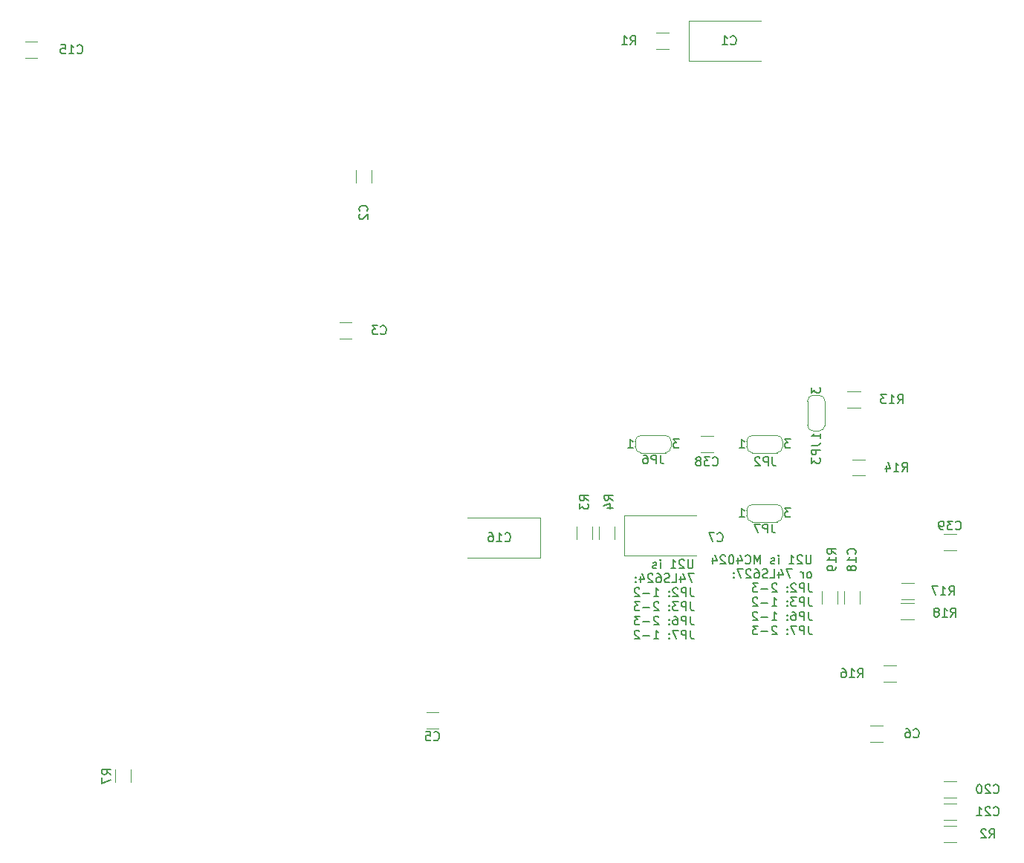
<source format=gbr>
G04 #@! TF.GenerationSoftware,KiCad,Pcbnew,9.0.4-9.0.4-0~ubuntu22.04.1*
G04 #@! TF.CreationDate,2025-09-10T11:35:59+02:00*
G04 #@! TF.ProjectId,Exorset_Floppy,45786f72-7365-4745-9f46-6c6f7070792e,rev?*
G04 #@! TF.SameCoordinates,Original*
G04 #@! TF.FileFunction,Legend,Bot*
G04 #@! TF.FilePolarity,Positive*
%FSLAX46Y46*%
G04 Gerber Fmt 4.6, Leading zero omitted, Abs format (unit mm)*
G04 Created by KiCad (PCBNEW 9.0.4-9.0.4-0~ubuntu22.04.1) date 2025-09-10 11:35:59*
%MOMM*%
%LPD*%
G01*
G04 APERTURE LIST*
%ADD10C,0.150000*%
%ADD11C,0.120000*%
G04 APERTURE END LIST*
D10*
X158159220Y-115280099D02*
X158159220Y-116089622D01*
X158159220Y-116089622D02*
X158111601Y-116184860D01*
X158111601Y-116184860D02*
X158063982Y-116232480D01*
X158063982Y-116232480D02*
X157968744Y-116280099D01*
X157968744Y-116280099D02*
X157778268Y-116280099D01*
X157778268Y-116280099D02*
X157683030Y-116232480D01*
X157683030Y-116232480D02*
X157635411Y-116184860D01*
X157635411Y-116184860D02*
X157587792Y-116089622D01*
X157587792Y-116089622D02*
X157587792Y-115280099D01*
X157159220Y-115375337D02*
X157111601Y-115327718D01*
X157111601Y-115327718D02*
X157016363Y-115280099D01*
X157016363Y-115280099D02*
X156778268Y-115280099D01*
X156778268Y-115280099D02*
X156683030Y-115327718D01*
X156683030Y-115327718D02*
X156635411Y-115375337D01*
X156635411Y-115375337D02*
X156587792Y-115470575D01*
X156587792Y-115470575D02*
X156587792Y-115565813D01*
X156587792Y-115565813D02*
X156635411Y-115708670D01*
X156635411Y-115708670D02*
X157206839Y-116280099D01*
X157206839Y-116280099D02*
X156587792Y-116280099D01*
X155635411Y-116280099D02*
X156206839Y-116280099D01*
X155921125Y-116280099D02*
X155921125Y-115280099D01*
X155921125Y-115280099D02*
X156016363Y-115422956D01*
X156016363Y-115422956D02*
X156111601Y-115518194D01*
X156111601Y-115518194D02*
X156206839Y-115565813D01*
X154444934Y-116280099D02*
X154444934Y-115613432D01*
X154444934Y-115280099D02*
X154492553Y-115327718D01*
X154492553Y-115327718D02*
X154444934Y-115375337D01*
X154444934Y-115375337D02*
X154397315Y-115327718D01*
X154397315Y-115327718D02*
X154444934Y-115280099D01*
X154444934Y-115280099D02*
X154444934Y-115375337D01*
X154016363Y-116232480D02*
X153921125Y-116280099D01*
X153921125Y-116280099D02*
X153730649Y-116280099D01*
X153730649Y-116280099D02*
X153635411Y-116232480D01*
X153635411Y-116232480D02*
X153587792Y-116137241D01*
X153587792Y-116137241D02*
X153587792Y-116089622D01*
X153587792Y-116089622D02*
X153635411Y-115994384D01*
X153635411Y-115994384D02*
X153730649Y-115946765D01*
X153730649Y-115946765D02*
X153873506Y-115946765D01*
X153873506Y-115946765D02*
X153968744Y-115899146D01*
X153968744Y-115899146D02*
X154016363Y-115803908D01*
X154016363Y-115803908D02*
X154016363Y-115756289D01*
X154016363Y-115756289D02*
X153968744Y-115661051D01*
X153968744Y-115661051D02*
X153873506Y-115613432D01*
X153873506Y-115613432D02*
X153730649Y-115613432D01*
X153730649Y-115613432D02*
X153635411Y-115661051D01*
X152397315Y-116280099D02*
X152397315Y-115280099D01*
X152397315Y-115280099D02*
X152063982Y-115994384D01*
X152063982Y-115994384D02*
X151730649Y-115280099D01*
X151730649Y-115280099D02*
X151730649Y-116280099D01*
X150683030Y-116184860D02*
X150730649Y-116232480D01*
X150730649Y-116232480D02*
X150873506Y-116280099D01*
X150873506Y-116280099D02*
X150968744Y-116280099D01*
X150968744Y-116280099D02*
X151111601Y-116232480D01*
X151111601Y-116232480D02*
X151206839Y-116137241D01*
X151206839Y-116137241D02*
X151254458Y-116042003D01*
X151254458Y-116042003D02*
X151302077Y-115851527D01*
X151302077Y-115851527D02*
X151302077Y-115708670D01*
X151302077Y-115708670D02*
X151254458Y-115518194D01*
X151254458Y-115518194D02*
X151206839Y-115422956D01*
X151206839Y-115422956D02*
X151111601Y-115327718D01*
X151111601Y-115327718D02*
X150968744Y-115280099D01*
X150968744Y-115280099D02*
X150873506Y-115280099D01*
X150873506Y-115280099D02*
X150730649Y-115327718D01*
X150730649Y-115327718D02*
X150683030Y-115375337D01*
X149825887Y-115613432D02*
X149825887Y-116280099D01*
X150063982Y-115232480D02*
X150302077Y-115946765D01*
X150302077Y-115946765D02*
X149683030Y-115946765D01*
X149111601Y-115280099D02*
X149016363Y-115280099D01*
X149016363Y-115280099D02*
X148921125Y-115327718D01*
X148921125Y-115327718D02*
X148873506Y-115375337D01*
X148873506Y-115375337D02*
X148825887Y-115470575D01*
X148825887Y-115470575D02*
X148778268Y-115661051D01*
X148778268Y-115661051D02*
X148778268Y-115899146D01*
X148778268Y-115899146D02*
X148825887Y-116089622D01*
X148825887Y-116089622D02*
X148873506Y-116184860D01*
X148873506Y-116184860D02*
X148921125Y-116232480D01*
X148921125Y-116232480D02*
X149016363Y-116280099D01*
X149016363Y-116280099D02*
X149111601Y-116280099D01*
X149111601Y-116280099D02*
X149206839Y-116232480D01*
X149206839Y-116232480D02*
X149254458Y-116184860D01*
X149254458Y-116184860D02*
X149302077Y-116089622D01*
X149302077Y-116089622D02*
X149349696Y-115899146D01*
X149349696Y-115899146D02*
X149349696Y-115661051D01*
X149349696Y-115661051D02*
X149302077Y-115470575D01*
X149302077Y-115470575D02*
X149254458Y-115375337D01*
X149254458Y-115375337D02*
X149206839Y-115327718D01*
X149206839Y-115327718D02*
X149111601Y-115280099D01*
X148397315Y-115375337D02*
X148349696Y-115327718D01*
X148349696Y-115327718D02*
X148254458Y-115280099D01*
X148254458Y-115280099D02*
X148016363Y-115280099D01*
X148016363Y-115280099D02*
X147921125Y-115327718D01*
X147921125Y-115327718D02*
X147873506Y-115375337D01*
X147873506Y-115375337D02*
X147825887Y-115470575D01*
X147825887Y-115470575D02*
X147825887Y-115565813D01*
X147825887Y-115565813D02*
X147873506Y-115708670D01*
X147873506Y-115708670D02*
X148444934Y-116280099D01*
X148444934Y-116280099D02*
X147825887Y-116280099D01*
X146968744Y-115613432D02*
X146968744Y-116280099D01*
X147206839Y-115232480D02*
X147444934Y-115946765D01*
X147444934Y-115946765D02*
X146825887Y-115946765D01*
X158016363Y-117890043D02*
X158111601Y-117842424D01*
X158111601Y-117842424D02*
X158159220Y-117794804D01*
X158159220Y-117794804D02*
X158206839Y-117699566D01*
X158206839Y-117699566D02*
X158206839Y-117413852D01*
X158206839Y-117413852D02*
X158159220Y-117318614D01*
X158159220Y-117318614D02*
X158111601Y-117270995D01*
X158111601Y-117270995D02*
X158016363Y-117223376D01*
X158016363Y-117223376D02*
X157873506Y-117223376D01*
X157873506Y-117223376D02*
X157778268Y-117270995D01*
X157778268Y-117270995D02*
X157730649Y-117318614D01*
X157730649Y-117318614D02*
X157683030Y-117413852D01*
X157683030Y-117413852D02*
X157683030Y-117699566D01*
X157683030Y-117699566D02*
X157730649Y-117794804D01*
X157730649Y-117794804D02*
X157778268Y-117842424D01*
X157778268Y-117842424D02*
X157873506Y-117890043D01*
X157873506Y-117890043D02*
X158016363Y-117890043D01*
X157254458Y-117890043D02*
X157254458Y-117223376D01*
X157254458Y-117413852D02*
X157206839Y-117318614D01*
X157206839Y-117318614D02*
X157159220Y-117270995D01*
X157159220Y-117270995D02*
X157063982Y-117223376D01*
X157063982Y-117223376D02*
X156968744Y-117223376D01*
X155968743Y-116890043D02*
X155302077Y-116890043D01*
X155302077Y-116890043D02*
X155730648Y-117890043D01*
X154492553Y-117223376D02*
X154492553Y-117890043D01*
X154730648Y-116842424D02*
X154968743Y-117556709D01*
X154968743Y-117556709D02*
X154349696Y-117556709D01*
X153492553Y-117890043D02*
X153968743Y-117890043D01*
X153968743Y-117890043D02*
X153968743Y-116890043D01*
X153206838Y-117842424D02*
X153063981Y-117890043D01*
X153063981Y-117890043D02*
X152825886Y-117890043D01*
X152825886Y-117890043D02*
X152730648Y-117842424D01*
X152730648Y-117842424D02*
X152683029Y-117794804D01*
X152683029Y-117794804D02*
X152635410Y-117699566D01*
X152635410Y-117699566D02*
X152635410Y-117604328D01*
X152635410Y-117604328D02*
X152683029Y-117509090D01*
X152683029Y-117509090D02*
X152730648Y-117461471D01*
X152730648Y-117461471D02*
X152825886Y-117413852D01*
X152825886Y-117413852D02*
X153016362Y-117366233D01*
X153016362Y-117366233D02*
X153111600Y-117318614D01*
X153111600Y-117318614D02*
X153159219Y-117270995D01*
X153159219Y-117270995D02*
X153206838Y-117175757D01*
X153206838Y-117175757D02*
X153206838Y-117080519D01*
X153206838Y-117080519D02*
X153159219Y-116985281D01*
X153159219Y-116985281D02*
X153111600Y-116937662D01*
X153111600Y-116937662D02*
X153016362Y-116890043D01*
X153016362Y-116890043D02*
X152778267Y-116890043D01*
X152778267Y-116890043D02*
X152635410Y-116937662D01*
X151778267Y-116890043D02*
X151968743Y-116890043D01*
X151968743Y-116890043D02*
X152063981Y-116937662D01*
X152063981Y-116937662D02*
X152111600Y-116985281D01*
X152111600Y-116985281D02*
X152206838Y-117128138D01*
X152206838Y-117128138D02*
X152254457Y-117318614D01*
X152254457Y-117318614D02*
X152254457Y-117699566D01*
X152254457Y-117699566D02*
X152206838Y-117794804D01*
X152206838Y-117794804D02*
X152159219Y-117842424D01*
X152159219Y-117842424D02*
X152063981Y-117890043D01*
X152063981Y-117890043D02*
X151873505Y-117890043D01*
X151873505Y-117890043D02*
X151778267Y-117842424D01*
X151778267Y-117842424D02*
X151730648Y-117794804D01*
X151730648Y-117794804D02*
X151683029Y-117699566D01*
X151683029Y-117699566D02*
X151683029Y-117461471D01*
X151683029Y-117461471D02*
X151730648Y-117366233D01*
X151730648Y-117366233D02*
X151778267Y-117318614D01*
X151778267Y-117318614D02*
X151873505Y-117270995D01*
X151873505Y-117270995D02*
X152063981Y-117270995D01*
X152063981Y-117270995D02*
X152159219Y-117318614D01*
X152159219Y-117318614D02*
X152206838Y-117366233D01*
X152206838Y-117366233D02*
X152254457Y-117461471D01*
X151302076Y-116985281D02*
X151254457Y-116937662D01*
X151254457Y-116937662D02*
X151159219Y-116890043D01*
X151159219Y-116890043D02*
X150921124Y-116890043D01*
X150921124Y-116890043D02*
X150825886Y-116937662D01*
X150825886Y-116937662D02*
X150778267Y-116985281D01*
X150778267Y-116985281D02*
X150730648Y-117080519D01*
X150730648Y-117080519D02*
X150730648Y-117175757D01*
X150730648Y-117175757D02*
X150778267Y-117318614D01*
X150778267Y-117318614D02*
X151349695Y-117890043D01*
X151349695Y-117890043D02*
X150730648Y-117890043D01*
X150397314Y-116890043D02*
X149730648Y-116890043D01*
X149730648Y-116890043D02*
X150159219Y-117890043D01*
X149349695Y-117794804D02*
X149302076Y-117842424D01*
X149302076Y-117842424D02*
X149349695Y-117890043D01*
X149349695Y-117890043D02*
X149397314Y-117842424D01*
X149397314Y-117842424D02*
X149349695Y-117794804D01*
X149349695Y-117794804D02*
X149349695Y-117890043D01*
X149349695Y-117270995D02*
X149302076Y-117318614D01*
X149302076Y-117318614D02*
X149349695Y-117366233D01*
X149349695Y-117366233D02*
X149397314Y-117318614D01*
X149397314Y-117318614D02*
X149349695Y-117270995D01*
X149349695Y-117270995D02*
X149349695Y-117366233D01*
X157873506Y-118499987D02*
X157873506Y-119214272D01*
X157873506Y-119214272D02*
X157921125Y-119357129D01*
X157921125Y-119357129D02*
X158016363Y-119452368D01*
X158016363Y-119452368D02*
X158159220Y-119499987D01*
X158159220Y-119499987D02*
X158254458Y-119499987D01*
X157397315Y-119499987D02*
X157397315Y-118499987D01*
X157397315Y-118499987D02*
X157016363Y-118499987D01*
X157016363Y-118499987D02*
X156921125Y-118547606D01*
X156921125Y-118547606D02*
X156873506Y-118595225D01*
X156873506Y-118595225D02*
X156825887Y-118690463D01*
X156825887Y-118690463D02*
X156825887Y-118833320D01*
X156825887Y-118833320D02*
X156873506Y-118928558D01*
X156873506Y-118928558D02*
X156921125Y-118976177D01*
X156921125Y-118976177D02*
X157016363Y-119023796D01*
X157016363Y-119023796D02*
X157397315Y-119023796D01*
X156444934Y-118595225D02*
X156397315Y-118547606D01*
X156397315Y-118547606D02*
X156302077Y-118499987D01*
X156302077Y-118499987D02*
X156063982Y-118499987D01*
X156063982Y-118499987D02*
X155968744Y-118547606D01*
X155968744Y-118547606D02*
X155921125Y-118595225D01*
X155921125Y-118595225D02*
X155873506Y-118690463D01*
X155873506Y-118690463D02*
X155873506Y-118785701D01*
X155873506Y-118785701D02*
X155921125Y-118928558D01*
X155921125Y-118928558D02*
X156492553Y-119499987D01*
X156492553Y-119499987D02*
X155873506Y-119499987D01*
X155444934Y-119404748D02*
X155397315Y-119452368D01*
X155397315Y-119452368D02*
X155444934Y-119499987D01*
X155444934Y-119499987D02*
X155492553Y-119452368D01*
X155492553Y-119452368D02*
X155444934Y-119404748D01*
X155444934Y-119404748D02*
X155444934Y-119499987D01*
X155444934Y-118880939D02*
X155397315Y-118928558D01*
X155397315Y-118928558D02*
X155444934Y-118976177D01*
X155444934Y-118976177D02*
X155492553Y-118928558D01*
X155492553Y-118928558D02*
X155444934Y-118880939D01*
X155444934Y-118880939D02*
X155444934Y-118976177D01*
X154254458Y-118595225D02*
X154206839Y-118547606D01*
X154206839Y-118547606D02*
X154111601Y-118499987D01*
X154111601Y-118499987D02*
X153873506Y-118499987D01*
X153873506Y-118499987D02*
X153778268Y-118547606D01*
X153778268Y-118547606D02*
X153730649Y-118595225D01*
X153730649Y-118595225D02*
X153683030Y-118690463D01*
X153683030Y-118690463D02*
X153683030Y-118785701D01*
X153683030Y-118785701D02*
X153730649Y-118928558D01*
X153730649Y-118928558D02*
X154302077Y-119499987D01*
X154302077Y-119499987D02*
X153683030Y-119499987D01*
X153254458Y-119119034D02*
X152492554Y-119119034D01*
X152111601Y-118499987D02*
X151492554Y-118499987D01*
X151492554Y-118499987D02*
X151825887Y-118880939D01*
X151825887Y-118880939D02*
X151683030Y-118880939D01*
X151683030Y-118880939D02*
X151587792Y-118928558D01*
X151587792Y-118928558D02*
X151540173Y-118976177D01*
X151540173Y-118976177D02*
X151492554Y-119071415D01*
X151492554Y-119071415D02*
X151492554Y-119309510D01*
X151492554Y-119309510D02*
X151540173Y-119404748D01*
X151540173Y-119404748D02*
X151587792Y-119452368D01*
X151587792Y-119452368D02*
X151683030Y-119499987D01*
X151683030Y-119499987D02*
X151968744Y-119499987D01*
X151968744Y-119499987D02*
X152063982Y-119452368D01*
X152063982Y-119452368D02*
X152111601Y-119404748D01*
X157873506Y-120109931D02*
X157873506Y-120824216D01*
X157873506Y-120824216D02*
X157921125Y-120967073D01*
X157921125Y-120967073D02*
X158016363Y-121062312D01*
X158016363Y-121062312D02*
X158159220Y-121109931D01*
X158159220Y-121109931D02*
X158254458Y-121109931D01*
X157397315Y-121109931D02*
X157397315Y-120109931D01*
X157397315Y-120109931D02*
X157016363Y-120109931D01*
X157016363Y-120109931D02*
X156921125Y-120157550D01*
X156921125Y-120157550D02*
X156873506Y-120205169D01*
X156873506Y-120205169D02*
X156825887Y-120300407D01*
X156825887Y-120300407D02*
X156825887Y-120443264D01*
X156825887Y-120443264D02*
X156873506Y-120538502D01*
X156873506Y-120538502D02*
X156921125Y-120586121D01*
X156921125Y-120586121D02*
X157016363Y-120633740D01*
X157016363Y-120633740D02*
X157397315Y-120633740D01*
X156492553Y-120109931D02*
X155873506Y-120109931D01*
X155873506Y-120109931D02*
X156206839Y-120490883D01*
X156206839Y-120490883D02*
X156063982Y-120490883D01*
X156063982Y-120490883D02*
X155968744Y-120538502D01*
X155968744Y-120538502D02*
X155921125Y-120586121D01*
X155921125Y-120586121D02*
X155873506Y-120681359D01*
X155873506Y-120681359D02*
X155873506Y-120919454D01*
X155873506Y-120919454D02*
X155921125Y-121014692D01*
X155921125Y-121014692D02*
X155968744Y-121062312D01*
X155968744Y-121062312D02*
X156063982Y-121109931D01*
X156063982Y-121109931D02*
X156349696Y-121109931D01*
X156349696Y-121109931D02*
X156444934Y-121062312D01*
X156444934Y-121062312D02*
X156492553Y-121014692D01*
X155444934Y-121014692D02*
X155397315Y-121062312D01*
X155397315Y-121062312D02*
X155444934Y-121109931D01*
X155444934Y-121109931D02*
X155492553Y-121062312D01*
X155492553Y-121062312D02*
X155444934Y-121014692D01*
X155444934Y-121014692D02*
X155444934Y-121109931D01*
X155444934Y-120490883D02*
X155397315Y-120538502D01*
X155397315Y-120538502D02*
X155444934Y-120586121D01*
X155444934Y-120586121D02*
X155492553Y-120538502D01*
X155492553Y-120538502D02*
X155444934Y-120490883D01*
X155444934Y-120490883D02*
X155444934Y-120586121D01*
X153683030Y-121109931D02*
X154254458Y-121109931D01*
X153968744Y-121109931D02*
X153968744Y-120109931D01*
X153968744Y-120109931D02*
X154063982Y-120252788D01*
X154063982Y-120252788D02*
X154159220Y-120348026D01*
X154159220Y-120348026D02*
X154254458Y-120395645D01*
X153254458Y-120728978D02*
X152492554Y-120728978D01*
X152063982Y-120205169D02*
X152016363Y-120157550D01*
X152016363Y-120157550D02*
X151921125Y-120109931D01*
X151921125Y-120109931D02*
X151683030Y-120109931D01*
X151683030Y-120109931D02*
X151587792Y-120157550D01*
X151587792Y-120157550D02*
X151540173Y-120205169D01*
X151540173Y-120205169D02*
X151492554Y-120300407D01*
X151492554Y-120300407D02*
X151492554Y-120395645D01*
X151492554Y-120395645D02*
X151540173Y-120538502D01*
X151540173Y-120538502D02*
X152111601Y-121109931D01*
X152111601Y-121109931D02*
X151492554Y-121109931D01*
X157873506Y-121719875D02*
X157873506Y-122434160D01*
X157873506Y-122434160D02*
X157921125Y-122577017D01*
X157921125Y-122577017D02*
X158016363Y-122672256D01*
X158016363Y-122672256D02*
X158159220Y-122719875D01*
X158159220Y-122719875D02*
X158254458Y-122719875D01*
X157397315Y-122719875D02*
X157397315Y-121719875D01*
X157397315Y-121719875D02*
X157016363Y-121719875D01*
X157016363Y-121719875D02*
X156921125Y-121767494D01*
X156921125Y-121767494D02*
X156873506Y-121815113D01*
X156873506Y-121815113D02*
X156825887Y-121910351D01*
X156825887Y-121910351D02*
X156825887Y-122053208D01*
X156825887Y-122053208D02*
X156873506Y-122148446D01*
X156873506Y-122148446D02*
X156921125Y-122196065D01*
X156921125Y-122196065D02*
X157016363Y-122243684D01*
X157016363Y-122243684D02*
X157397315Y-122243684D01*
X155968744Y-121719875D02*
X156159220Y-121719875D01*
X156159220Y-121719875D02*
X156254458Y-121767494D01*
X156254458Y-121767494D02*
X156302077Y-121815113D01*
X156302077Y-121815113D02*
X156397315Y-121957970D01*
X156397315Y-121957970D02*
X156444934Y-122148446D01*
X156444934Y-122148446D02*
X156444934Y-122529398D01*
X156444934Y-122529398D02*
X156397315Y-122624636D01*
X156397315Y-122624636D02*
X156349696Y-122672256D01*
X156349696Y-122672256D02*
X156254458Y-122719875D01*
X156254458Y-122719875D02*
X156063982Y-122719875D01*
X156063982Y-122719875D02*
X155968744Y-122672256D01*
X155968744Y-122672256D02*
X155921125Y-122624636D01*
X155921125Y-122624636D02*
X155873506Y-122529398D01*
X155873506Y-122529398D02*
X155873506Y-122291303D01*
X155873506Y-122291303D02*
X155921125Y-122196065D01*
X155921125Y-122196065D02*
X155968744Y-122148446D01*
X155968744Y-122148446D02*
X156063982Y-122100827D01*
X156063982Y-122100827D02*
X156254458Y-122100827D01*
X156254458Y-122100827D02*
X156349696Y-122148446D01*
X156349696Y-122148446D02*
X156397315Y-122196065D01*
X156397315Y-122196065D02*
X156444934Y-122291303D01*
X155444934Y-122624636D02*
X155397315Y-122672256D01*
X155397315Y-122672256D02*
X155444934Y-122719875D01*
X155444934Y-122719875D02*
X155492553Y-122672256D01*
X155492553Y-122672256D02*
X155444934Y-122624636D01*
X155444934Y-122624636D02*
X155444934Y-122719875D01*
X155444934Y-122100827D02*
X155397315Y-122148446D01*
X155397315Y-122148446D02*
X155444934Y-122196065D01*
X155444934Y-122196065D02*
X155492553Y-122148446D01*
X155492553Y-122148446D02*
X155444934Y-122100827D01*
X155444934Y-122100827D02*
X155444934Y-122196065D01*
X153683030Y-122719875D02*
X154254458Y-122719875D01*
X153968744Y-122719875D02*
X153968744Y-121719875D01*
X153968744Y-121719875D02*
X154063982Y-121862732D01*
X154063982Y-121862732D02*
X154159220Y-121957970D01*
X154159220Y-121957970D02*
X154254458Y-122005589D01*
X153254458Y-122338922D02*
X152492554Y-122338922D01*
X152063982Y-121815113D02*
X152016363Y-121767494D01*
X152016363Y-121767494D02*
X151921125Y-121719875D01*
X151921125Y-121719875D02*
X151683030Y-121719875D01*
X151683030Y-121719875D02*
X151587792Y-121767494D01*
X151587792Y-121767494D02*
X151540173Y-121815113D01*
X151540173Y-121815113D02*
X151492554Y-121910351D01*
X151492554Y-121910351D02*
X151492554Y-122005589D01*
X151492554Y-122005589D02*
X151540173Y-122148446D01*
X151540173Y-122148446D02*
X152111601Y-122719875D01*
X152111601Y-122719875D02*
X151492554Y-122719875D01*
X157873506Y-123329819D02*
X157873506Y-124044104D01*
X157873506Y-124044104D02*
X157921125Y-124186961D01*
X157921125Y-124186961D02*
X158016363Y-124282200D01*
X158016363Y-124282200D02*
X158159220Y-124329819D01*
X158159220Y-124329819D02*
X158254458Y-124329819D01*
X157397315Y-124329819D02*
X157397315Y-123329819D01*
X157397315Y-123329819D02*
X157016363Y-123329819D01*
X157016363Y-123329819D02*
X156921125Y-123377438D01*
X156921125Y-123377438D02*
X156873506Y-123425057D01*
X156873506Y-123425057D02*
X156825887Y-123520295D01*
X156825887Y-123520295D02*
X156825887Y-123663152D01*
X156825887Y-123663152D02*
X156873506Y-123758390D01*
X156873506Y-123758390D02*
X156921125Y-123806009D01*
X156921125Y-123806009D02*
X157016363Y-123853628D01*
X157016363Y-123853628D02*
X157397315Y-123853628D01*
X156492553Y-123329819D02*
X155825887Y-123329819D01*
X155825887Y-123329819D02*
X156254458Y-124329819D01*
X155444934Y-124234580D02*
X155397315Y-124282200D01*
X155397315Y-124282200D02*
X155444934Y-124329819D01*
X155444934Y-124329819D02*
X155492553Y-124282200D01*
X155492553Y-124282200D02*
X155444934Y-124234580D01*
X155444934Y-124234580D02*
X155444934Y-124329819D01*
X155444934Y-123710771D02*
X155397315Y-123758390D01*
X155397315Y-123758390D02*
X155444934Y-123806009D01*
X155444934Y-123806009D02*
X155492553Y-123758390D01*
X155492553Y-123758390D02*
X155444934Y-123710771D01*
X155444934Y-123710771D02*
X155444934Y-123806009D01*
X154254458Y-123425057D02*
X154206839Y-123377438D01*
X154206839Y-123377438D02*
X154111601Y-123329819D01*
X154111601Y-123329819D02*
X153873506Y-123329819D01*
X153873506Y-123329819D02*
X153778268Y-123377438D01*
X153778268Y-123377438D02*
X153730649Y-123425057D01*
X153730649Y-123425057D02*
X153683030Y-123520295D01*
X153683030Y-123520295D02*
X153683030Y-123615533D01*
X153683030Y-123615533D02*
X153730649Y-123758390D01*
X153730649Y-123758390D02*
X154302077Y-124329819D01*
X154302077Y-124329819D02*
X153683030Y-124329819D01*
X153254458Y-123948866D02*
X152492554Y-123948866D01*
X152111601Y-123329819D02*
X151492554Y-123329819D01*
X151492554Y-123329819D02*
X151825887Y-123710771D01*
X151825887Y-123710771D02*
X151683030Y-123710771D01*
X151683030Y-123710771D02*
X151587792Y-123758390D01*
X151587792Y-123758390D02*
X151540173Y-123806009D01*
X151540173Y-123806009D02*
X151492554Y-123901247D01*
X151492554Y-123901247D02*
X151492554Y-124139342D01*
X151492554Y-124139342D02*
X151540173Y-124234580D01*
X151540173Y-124234580D02*
X151587792Y-124282200D01*
X151587792Y-124282200D02*
X151683030Y-124329819D01*
X151683030Y-124329819D02*
X151968744Y-124329819D01*
X151968744Y-124329819D02*
X152063982Y-124282200D01*
X152063982Y-124282200D02*
X152111601Y-124234580D01*
X144697220Y-115788099D02*
X144697220Y-116597622D01*
X144697220Y-116597622D02*
X144649601Y-116692860D01*
X144649601Y-116692860D02*
X144601982Y-116740480D01*
X144601982Y-116740480D02*
X144506744Y-116788099D01*
X144506744Y-116788099D02*
X144316268Y-116788099D01*
X144316268Y-116788099D02*
X144221030Y-116740480D01*
X144221030Y-116740480D02*
X144173411Y-116692860D01*
X144173411Y-116692860D02*
X144125792Y-116597622D01*
X144125792Y-116597622D02*
X144125792Y-115788099D01*
X143697220Y-115883337D02*
X143649601Y-115835718D01*
X143649601Y-115835718D02*
X143554363Y-115788099D01*
X143554363Y-115788099D02*
X143316268Y-115788099D01*
X143316268Y-115788099D02*
X143221030Y-115835718D01*
X143221030Y-115835718D02*
X143173411Y-115883337D01*
X143173411Y-115883337D02*
X143125792Y-115978575D01*
X143125792Y-115978575D02*
X143125792Y-116073813D01*
X143125792Y-116073813D02*
X143173411Y-116216670D01*
X143173411Y-116216670D02*
X143744839Y-116788099D01*
X143744839Y-116788099D02*
X143125792Y-116788099D01*
X142173411Y-116788099D02*
X142744839Y-116788099D01*
X142459125Y-116788099D02*
X142459125Y-115788099D01*
X142459125Y-115788099D02*
X142554363Y-115930956D01*
X142554363Y-115930956D02*
X142649601Y-116026194D01*
X142649601Y-116026194D02*
X142744839Y-116073813D01*
X140982934Y-116788099D02*
X140982934Y-116121432D01*
X140982934Y-115788099D02*
X141030553Y-115835718D01*
X141030553Y-115835718D02*
X140982934Y-115883337D01*
X140982934Y-115883337D02*
X140935315Y-115835718D01*
X140935315Y-115835718D02*
X140982934Y-115788099D01*
X140982934Y-115788099D02*
X140982934Y-115883337D01*
X140554363Y-116740480D02*
X140459125Y-116788099D01*
X140459125Y-116788099D02*
X140268649Y-116788099D01*
X140268649Y-116788099D02*
X140173411Y-116740480D01*
X140173411Y-116740480D02*
X140125792Y-116645241D01*
X140125792Y-116645241D02*
X140125792Y-116597622D01*
X140125792Y-116597622D02*
X140173411Y-116502384D01*
X140173411Y-116502384D02*
X140268649Y-116454765D01*
X140268649Y-116454765D02*
X140411506Y-116454765D01*
X140411506Y-116454765D02*
X140506744Y-116407146D01*
X140506744Y-116407146D02*
X140554363Y-116311908D01*
X140554363Y-116311908D02*
X140554363Y-116264289D01*
X140554363Y-116264289D02*
X140506744Y-116169051D01*
X140506744Y-116169051D02*
X140411506Y-116121432D01*
X140411506Y-116121432D02*
X140268649Y-116121432D01*
X140268649Y-116121432D02*
X140173411Y-116169051D01*
X144792458Y-117398043D02*
X144125792Y-117398043D01*
X144125792Y-117398043D02*
X144554363Y-118398043D01*
X143316268Y-117731376D02*
X143316268Y-118398043D01*
X143554363Y-117350424D02*
X143792458Y-118064709D01*
X143792458Y-118064709D02*
X143173411Y-118064709D01*
X142316268Y-118398043D02*
X142792458Y-118398043D01*
X142792458Y-118398043D02*
X142792458Y-117398043D01*
X142030553Y-118350424D02*
X141887696Y-118398043D01*
X141887696Y-118398043D02*
X141649601Y-118398043D01*
X141649601Y-118398043D02*
X141554363Y-118350424D01*
X141554363Y-118350424D02*
X141506744Y-118302804D01*
X141506744Y-118302804D02*
X141459125Y-118207566D01*
X141459125Y-118207566D02*
X141459125Y-118112328D01*
X141459125Y-118112328D02*
X141506744Y-118017090D01*
X141506744Y-118017090D02*
X141554363Y-117969471D01*
X141554363Y-117969471D02*
X141649601Y-117921852D01*
X141649601Y-117921852D02*
X141840077Y-117874233D01*
X141840077Y-117874233D02*
X141935315Y-117826614D01*
X141935315Y-117826614D02*
X141982934Y-117778995D01*
X141982934Y-117778995D02*
X142030553Y-117683757D01*
X142030553Y-117683757D02*
X142030553Y-117588519D01*
X142030553Y-117588519D02*
X141982934Y-117493281D01*
X141982934Y-117493281D02*
X141935315Y-117445662D01*
X141935315Y-117445662D02*
X141840077Y-117398043D01*
X141840077Y-117398043D02*
X141601982Y-117398043D01*
X141601982Y-117398043D02*
X141459125Y-117445662D01*
X140601982Y-117398043D02*
X140792458Y-117398043D01*
X140792458Y-117398043D02*
X140887696Y-117445662D01*
X140887696Y-117445662D02*
X140935315Y-117493281D01*
X140935315Y-117493281D02*
X141030553Y-117636138D01*
X141030553Y-117636138D02*
X141078172Y-117826614D01*
X141078172Y-117826614D02*
X141078172Y-118207566D01*
X141078172Y-118207566D02*
X141030553Y-118302804D01*
X141030553Y-118302804D02*
X140982934Y-118350424D01*
X140982934Y-118350424D02*
X140887696Y-118398043D01*
X140887696Y-118398043D02*
X140697220Y-118398043D01*
X140697220Y-118398043D02*
X140601982Y-118350424D01*
X140601982Y-118350424D02*
X140554363Y-118302804D01*
X140554363Y-118302804D02*
X140506744Y-118207566D01*
X140506744Y-118207566D02*
X140506744Y-117969471D01*
X140506744Y-117969471D02*
X140554363Y-117874233D01*
X140554363Y-117874233D02*
X140601982Y-117826614D01*
X140601982Y-117826614D02*
X140697220Y-117778995D01*
X140697220Y-117778995D02*
X140887696Y-117778995D01*
X140887696Y-117778995D02*
X140982934Y-117826614D01*
X140982934Y-117826614D02*
X141030553Y-117874233D01*
X141030553Y-117874233D02*
X141078172Y-117969471D01*
X140125791Y-117493281D02*
X140078172Y-117445662D01*
X140078172Y-117445662D02*
X139982934Y-117398043D01*
X139982934Y-117398043D02*
X139744839Y-117398043D01*
X139744839Y-117398043D02*
X139649601Y-117445662D01*
X139649601Y-117445662D02*
X139601982Y-117493281D01*
X139601982Y-117493281D02*
X139554363Y-117588519D01*
X139554363Y-117588519D02*
X139554363Y-117683757D01*
X139554363Y-117683757D02*
X139601982Y-117826614D01*
X139601982Y-117826614D02*
X140173410Y-118398043D01*
X140173410Y-118398043D02*
X139554363Y-118398043D01*
X138697220Y-117731376D02*
X138697220Y-118398043D01*
X138935315Y-117350424D02*
X139173410Y-118064709D01*
X139173410Y-118064709D02*
X138554363Y-118064709D01*
X138173410Y-118302804D02*
X138125791Y-118350424D01*
X138125791Y-118350424D02*
X138173410Y-118398043D01*
X138173410Y-118398043D02*
X138221029Y-118350424D01*
X138221029Y-118350424D02*
X138173410Y-118302804D01*
X138173410Y-118302804D02*
X138173410Y-118398043D01*
X138173410Y-117778995D02*
X138125791Y-117826614D01*
X138125791Y-117826614D02*
X138173410Y-117874233D01*
X138173410Y-117874233D02*
X138221029Y-117826614D01*
X138221029Y-117826614D02*
X138173410Y-117778995D01*
X138173410Y-117778995D02*
X138173410Y-117874233D01*
X144411506Y-119007987D02*
X144411506Y-119722272D01*
X144411506Y-119722272D02*
X144459125Y-119865129D01*
X144459125Y-119865129D02*
X144554363Y-119960368D01*
X144554363Y-119960368D02*
X144697220Y-120007987D01*
X144697220Y-120007987D02*
X144792458Y-120007987D01*
X143935315Y-120007987D02*
X143935315Y-119007987D01*
X143935315Y-119007987D02*
X143554363Y-119007987D01*
X143554363Y-119007987D02*
X143459125Y-119055606D01*
X143459125Y-119055606D02*
X143411506Y-119103225D01*
X143411506Y-119103225D02*
X143363887Y-119198463D01*
X143363887Y-119198463D02*
X143363887Y-119341320D01*
X143363887Y-119341320D02*
X143411506Y-119436558D01*
X143411506Y-119436558D02*
X143459125Y-119484177D01*
X143459125Y-119484177D02*
X143554363Y-119531796D01*
X143554363Y-119531796D02*
X143935315Y-119531796D01*
X142982934Y-119103225D02*
X142935315Y-119055606D01*
X142935315Y-119055606D02*
X142840077Y-119007987D01*
X142840077Y-119007987D02*
X142601982Y-119007987D01*
X142601982Y-119007987D02*
X142506744Y-119055606D01*
X142506744Y-119055606D02*
X142459125Y-119103225D01*
X142459125Y-119103225D02*
X142411506Y-119198463D01*
X142411506Y-119198463D02*
X142411506Y-119293701D01*
X142411506Y-119293701D02*
X142459125Y-119436558D01*
X142459125Y-119436558D02*
X143030553Y-120007987D01*
X143030553Y-120007987D02*
X142411506Y-120007987D01*
X141982934Y-119912748D02*
X141935315Y-119960368D01*
X141935315Y-119960368D02*
X141982934Y-120007987D01*
X141982934Y-120007987D02*
X142030553Y-119960368D01*
X142030553Y-119960368D02*
X141982934Y-119912748D01*
X141982934Y-119912748D02*
X141982934Y-120007987D01*
X141982934Y-119388939D02*
X141935315Y-119436558D01*
X141935315Y-119436558D02*
X141982934Y-119484177D01*
X141982934Y-119484177D02*
X142030553Y-119436558D01*
X142030553Y-119436558D02*
X141982934Y-119388939D01*
X141982934Y-119388939D02*
X141982934Y-119484177D01*
X140221030Y-120007987D02*
X140792458Y-120007987D01*
X140506744Y-120007987D02*
X140506744Y-119007987D01*
X140506744Y-119007987D02*
X140601982Y-119150844D01*
X140601982Y-119150844D02*
X140697220Y-119246082D01*
X140697220Y-119246082D02*
X140792458Y-119293701D01*
X139792458Y-119627034D02*
X139030554Y-119627034D01*
X138601982Y-119103225D02*
X138554363Y-119055606D01*
X138554363Y-119055606D02*
X138459125Y-119007987D01*
X138459125Y-119007987D02*
X138221030Y-119007987D01*
X138221030Y-119007987D02*
X138125792Y-119055606D01*
X138125792Y-119055606D02*
X138078173Y-119103225D01*
X138078173Y-119103225D02*
X138030554Y-119198463D01*
X138030554Y-119198463D02*
X138030554Y-119293701D01*
X138030554Y-119293701D02*
X138078173Y-119436558D01*
X138078173Y-119436558D02*
X138649601Y-120007987D01*
X138649601Y-120007987D02*
X138030554Y-120007987D01*
X144411506Y-120617931D02*
X144411506Y-121332216D01*
X144411506Y-121332216D02*
X144459125Y-121475073D01*
X144459125Y-121475073D02*
X144554363Y-121570312D01*
X144554363Y-121570312D02*
X144697220Y-121617931D01*
X144697220Y-121617931D02*
X144792458Y-121617931D01*
X143935315Y-121617931D02*
X143935315Y-120617931D01*
X143935315Y-120617931D02*
X143554363Y-120617931D01*
X143554363Y-120617931D02*
X143459125Y-120665550D01*
X143459125Y-120665550D02*
X143411506Y-120713169D01*
X143411506Y-120713169D02*
X143363887Y-120808407D01*
X143363887Y-120808407D02*
X143363887Y-120951264D01*
X143363887Y-120951264D02*
X143411506Y-121046502D01*
X143411506Y-121046502D02*
X143459125Y-121094121D01*
X143459125Y-121094121D02*
X143554363Y-121141740D01*
X143554363Y-121141740D02*
X143935315Y-121141740D01*
X143030553Y-120617931D02*
X142411506Y-120617931D01*
X142411506Y-120617931D02*
X142744839Y-120998883D01*
X142744839Y-120998883D02*
X142601982Y-120998883D01*
X142601982Y-120998883D02*
X142506744Y-121046502D01*
X142506744Y-121046502D02*
X142459125Y-121094121D01*
X142459125Y-121094121D02*
X142411506Y-121189359D01*
X142411506Y-121189359D02*
X142411506Y-121427454D01*
X142411506Y-121427454D02*
X142459125Y-121522692D01*
X142459125Y-121522692D02*
X142506744Y-121570312D01*
X142506744Y-121570312D02*
X142601982Y-121617931D01*
X142601982Y-121617931D02*
X142887696Y-121617931D01*
X142887696Y-121617931D02*
X142982934Y-121570312D01*
X142982934Y-121570312D02*
X143030553Y-121522692D01*
X141982934Y-121522692D02*
X141935315Y-121570312D01*
X141935315Y-121570312D02*
X141982934Y-121617931D01*
X141982934Y-121617931D02*
X142030553Y-121570312D01*
X142030553Y-121570312D02*
X141982934Y-121522692D01*
X141982934Y-121522692D02*
X141982934Y-121617931D01*
X141982934Y-120998883D02*
X141935315Y-121046502D01*
X141935315Y-121046502D02*
X141982934Y-121094121D01*
X141982934Y-121094121D02*
X142030553Y-121046502D01*
X142030553Y-121046502D02*
X141982934Y-120998883D01*
X141982934Y-120998883D02*
X141982934Y-121094121D01*
X140792458Y-120713169D02*
X140744839Y-120665550D01*
X140744839Y-120665550D02*
X140649601Y-120617931D01*
X140649601Y-120617931D02*
X140411506Y-120617931D01*
X140411506Y-120617931D02*
X140316268Y-120665550D01*
X140316268Y-120665550D02*
X140268649Y-120713169D01*
X140268649Y-120713169D02*
X140221030Y-120808407D01*
X140221030Y-120808407D02*
X140221030Y-120903645D01*
X140221030Y-120903645D02*
X140268649Y-121046502D01*
X140268649Y-121046502D02*
X140840077Y-121617931D01*
X140840077Y-121617931D02*
X140221030Y-121617931D01*
X139792458Y-121236978D02*
X139030554Y-121236978D01*
X138649601Y-120617931D02*
X138030554Y-120617931D01*
X138030554Y-120617931D02*
X138363887Y-120998883D01*
X138363887Y-120998883D02*
X138221030Y-120998883D01*
X138221030Y-120998883D02*
X138125792Y-121046502D01*
X138125792Y-121046502D02*
X138078173Y-121094121D01*
X138078173Y-121094121D02*
X138030554Y-121189359D01*
X138030554Y-121189359D02*
X138030554Y-121427454D01*
X138030554Y-121427454D02*
X138078173Y-121522692D01*
X138078173Y-121522692D02*
X138125792Y-121570312D01*
X138125792Y-121570312D02*
X138221030Y-121617931D01*
X138221030Y-121617931D02*
X138506744Y-121617931D01*
X138506744Y-121617931D02*
X138601982Y-121570312D01*
X138601982Y-121570312D02*
X138649601Y-121522692D01*
X144411506Y-122227875D02*
X144411506Y-122942160D01*
X144411506Y-122942160D02*
X144459125Y-123085017D01*
X144459125Y-123085017D02*
X144554363Y-123180256D01*
X144554363Y-123180256D02*
X144697220Y-123227875D01*
X144697220Y-123227875D02*
X144792458Y-123227875D01*
X143935315Y-123227875D02*
X143935315Y-122227875D01*
X143935315Y-122227875D02*
X143554363Y-122227875D01*
X143554363Y-122227875D02*
X143459125Y-122275494D01*
X143459125Y-122275494D02*
X143411506Y-122323113D01*
X143411506Y-122323113D02*
X143363887Y-122418351D01*
X143363887Y-122418351D02*
X143363887Y-122561208D01*
X143363887Y-122561208D02*
X143411506Y-122656446D01*
X143411506Y-122656446D02*
X143459125Y-122704065D01*
X143459125Y-122704065D02*
X143554363Y-122751684D01*
X143554363Y-122751684D02*
X143935315Y-122751684D01*
X142506744Y-122227875D02*
X142697220Y-122227875D01*
X142697220Y-122227875D02*
X142792458Y-122275494D01*
X142792458Y-122275494D02*
X142840077Y-122323113D01*
X142840077Y-122323113D02*
X142935315Y-122465970D01*
X142935315Y-122465970D02*
X142982934Y-122656446D01*
X142982934Y-122656446D02*
X142982934Y-123037398D01*
X142982934Y-123037398D02*
X142935315Y-123132636D01*
X142935315Y-123132636D02*
X142887696Y-123180256D01*
X142887696Y-123180256D02*
X142792458Y-123227875D01*
X142792458Y-123227875D02*
X142601982Y-123227875D01*
X142601982Y-123227875D02*
X142506744Y-123180256D01*
X142506744Y-123180256D02*
X142459125Y-123132636D01*
X142459125Y-123132636D02*
X142411506Y-123037398D01*
X142411506Y-123037398D02*
X142411506Y-122799303D01*
X142411506Y-122799303D02*
X142459125Y-122704065D01*
X142459125Y-122704065D02*
X142506744Y-122656446D01*
X142506744Y-122656446D02*
X142601982Y-122608827D01*
X142601982Y-122608827D02*
X142792458Y-122608827D01*
X142792458Y-122608827D02*
X142887696Y-122656446D01*
X142887696Y-122656446D02*
X142935315Y-122704065D01*
X142935315Y-122704065D02*
X142982934Y-122799303D01*
X141982934Y-123132636D02*
X141935315Y-123180256D01*
X141935315Y-123180256D02*
X141982934Y-123227875D01*
X141982934Y-123227875D02*
X142030553Y-123180256D01*
X142030553Y-123180256D02*
X141982934Y-123132636D01*
X141982934Y-123132636D02*
X141982934Y-123227875D01*
X141982934Y-122608827D02*
X141935315Y-122656446D01*
X141935315Y-122656446D02*
X141982934Y-122704065D01*
X141982934Y-122704065D02*
X142030553Y-122656446D01*
X142030553Y-122656446D02*
X141982934Y-122608827D01*
X141982934Y-122608827D02*
X141982934Y-122704065D01*
X140792458Y-122323113D02*
X140744839Y-122275494D01*
X140744839Y-122275494D02*
X140649601Y-122227875D01*
X140649601Y-122227875D02*
X140411506Y-122227875D01*
X140411506Y-122227875D02*
X140316268Y-122275494D01*
X140316268Y-122275494D02*
X140268649Y-122323113D01*
X140268649Y-122323113D02*
X140221030Y-122418351D01*
X140221030Y-122418351D02*
X140221030Y-122513589D01*
X140221030Y-122513589D02*
X140268649Y-122656446D01*
X140268649Y-122656446D02*
X140840077Y-123227875D01*
X140840077Y-123227875D02*
X140221030Y-123227875D01*
X139792458Y-122846922D02*
X139030554Y-122846922D01*
X138649601Y-122227875D02*
X138030554Y-122227875D01*
X138030554Y-122227875D02*
X138363887Y-122608827D01*
X138363887Y-122608827D02*
X138221030Y-122608827D01*
X138221030Y-122608827D02*
X138125792Y-122656446D01*
X138125792Y-122656446D02*
X138078173Y-122704065D01*
X138078173Y-122704065D02*
X138030554Y-122799303D01*
X138030554Y-122799303D02*
X138030554Y-123037398D01*
X138030554Y-123037398D02*
X138078173Y-123132636D01*
X138078173Y-123132636D02*
X138125792Y-123180256D01*
X138125792Y-123180256D02*
X138221030Y-123227875D01*
X138221030Y-123227875D02*
X138506744Y-123227875D01*
X138506744Y-123227875D02*
X138601982Y-123180256D01*
X138601982Y-123180256D02*
X138649601Y-123132636D01*
X144411506Y-123837819D02*
X144411506Y-124552104D01*
X144411506Y-124552104D02*
X144459125Y-124694961D01*
X144459125Y-124694961D02*
X144554363Y-124790200D01*
X144554363Y-124790200D02*
X144697220Y-124837819D01*
X144697220Y-124837819D02*
X144792458Y-124837819D01*
X143935315Y-124837819D02*
X143935315Y-123837819D01*
X143935315Y-123837819D02*
X143554363Y-123837819D01*
X143554363Y-123837819D02*
X143459125Y-123885438D01*
X143459125Y-123885438D02*
X143411506Y-123933057D01*
X143411506Y-123933057D02*
X143363887Y-124028295D01*
X143363887Y-124028295D02*
X143363887Y-124171152D01*
X143363887Y-124171152D02*
X143411506Y-124266390D01*
X143411506Y-124266390D02*
X143459125Y-124314009D01*
X143459125Y-124314009D02*
X143554363Y-124361628D01*
X143554363Y-124361628D02*
X143935315Y-124361628D01*
X143030553Y-123837819D02*
X142363887Y-123837819D01*
X142363887Y-123837819D02*
X142792458Y-124837819D01*
X141982934Y-124742580D02*
X141935315Y-124790200D01*
X141935315Y-124790200D02*
X141982934Y-124837819D01*
X141982934Y-124837819D02*
X142030553Y-124790200D01*
X142030553Y-124790200D02*
X141982934Y-124742580D01*
X141982934Y-124742580D02*
X141982934Y-124837819D01*
X141982934Y-124218771D02*
X141935315Y-124266390D01*
X141935315Y-124266390D02*
X141982934Y-124314009D01*
X141982934Y-124314009D02*
X142030553Y-124266390D01*
X142030553Y-124266390D02*
X141982934Y-124218771D01*
X141982934Y-124218771D02*
X141982934Y-124314009D01*
X140221030Y-124837819D02*
X140792458Y-124837819D01*
X140506744Y-124837819D02*
X140506744Y-123837819D01*
X140506744Y-123837819D02*
X140601982Y-123980676D01*
X140601982Y-123980676D02*
X140697220Y-124075914D01*
X140697220Y-124075914D02*
X140792458Y-124123533D01*
X139792458Y-124456866D02*
X139030554Y-124456866D01*
X138601982Y-123933057D02*
X138554363Y-123885438D01*
X138554363Y-123885438D02*
X138459125Y-123837819D01*
X138459125Y-123837819D02*
X138221030Y-123837819D01*
X138221030Y-123837819D02*
X138125792Y-123885438D01*
X138125792Y-123885438D02*
X138078173Y-123933057D01*
X138078173Y-123933057D02*
X138030554Y-124028295D01*
X138030554Y-124028295D02*
X138030554Y-124123533D01*
X138030554Y-124123533D02*
X138078173Y-124266390D01*
X138078173Y-124266390D02*
X138649601Y-124837819D01*
X138649601Y-124837819D02*
X138030554Y-124837819D01*
X78380819Y-140295333D02*
X77904628Y-139962000D01*
X78380819Y-139723905D02*
X77380819Y-139723905D01*
X77380819Y-139723905D02*
X77380819Y-140104857D01*
X77380819Y-140104857D02*
X77428438Y-140200095D01*
X77428438Y-140200095D02*
X77476057Y-140247714D01*
X77476057Y-140247714D02*
X77571295Y-140295333D01*
X77571295Y-140295333D02*
X77714152Y-140295333D01*
X77714152Y-140295333D02*
X77809390Y-140247714D01*
X77809390Y-140247714D02*
X77857009Y-140200095D01*
X77857009Y-140200095D02*
X77904628Y-140104857D01*
X77904628Y-140104857D02*
X77904628Y-139723905D01*
X77380819Y-140628667D02*
X77380819Y-141295333D01*
X77380819Y-141295333D02*
X78380819Y-140866762D01*
X153741333Y-104102819D02*
X153741333Y-104817104D01*
X153741333Y-104817104D02*
X153788952Y-104959961D01*
X153788952Y-104959961D02*
X153884190Y-105055200D01*
X153884190Y-105055200D02*
X154027047Y-105102819D01*
X154027047Y-105102819D02*
X154122285Y-105102819D01*
X153265142Y-105102819D02*
X153265142Y-104102819D01*
X153265142Y-104102819D02*
X152884190Y-104102819D01*
X152884190Y-104102819D02*
X152788952Y-104150438D01*
X152788952Y-104150438D02*
X152741333Y-104198057D01*
X152741333Y-104198057D02*
X152693714Y-104293295D01*
X152693714Y-104293295D02*
X152693714Y-104436152D01*
X152693714Y-104436152D02*
X152741333Y-104531390D01*
X152741333Y-104531390D02*
X152788952Y-104579009D01*
X152788952Y-104579009D02*
X152884190Y-104626628D01*
X152884190Y-104626628D02*
X153265142Y-104626628D01*
X152312761Y-104198057D02*
X152265142Y-104150438D01*
X152265142Y-104150438D02*
X152169904Y-104102819D01*
X152169904Y-104102819D02*
X151931809Y-104102819D01*
X151931809Y-104102819D02*
X151836571Y-104150438D01*
X151836571Y-104150438D02*
X151788952Y-104198057D01*
X151788952Y-104198057D02*
X151741333Y-104293295D01*
X151741333Y-104293295D02*
X151741333Y-104388533D01*
X151741333Y-104388533D02*
X151788952Y-104531390D01*
X151788952Y-104531390D02*
X152360380Y-105102819D01*
X152360380Y-105102819D02*
X151741333Y-105102819D01*
X149992285Y-103070819D02*
X150563713Y-103070819D01*
X150277999Y-103070819D02*
X150277999Y-102070819D01*
X150277999Y-102070819D02*
X150373237Y-102213676D01*
X150373237Y-102213676D02*
X150468475Y-102308914D01*
X150468475Y-102308914D02*
X150563713Y-102356533D01*
X155811332Y-102070819D02*
X155192285Y-102070819D01*
X155192285Y-102070819D02*
X155525618Y-102451771D01*
X155525618Y-102451771D02*
X155382761Y-102451771D01*
X155382761Y-102451771D02*
X155287523Y-102499390D01*
X155287523Y-102499390D02*
X155239904Y-102547009D01*
X155239904Y-102547009D02*
X155192285Y-102642247D01*
X155192285Y-102642247D02*
X155192285Y-102880342D01*
X155192285Y-102880342D02*
X155239904Y-102975580D01*
X155239904Y-102975580D02*
X155287523Y-103023200D01*
X155287523Y-103023200D02*
X155382761Y-103070819D01*
X155382761Y-103070819D02*
X155668475Y-103070819D01*
X155668475Y-103070819D02*
X155763713Y-103023200D01*
X155763713Y-103023200D02*
X155811332Y-102975580D01*
X158204819Y-102798666D02*
X158919104Y-102798666D01*
X158919104Y-102798666D02*
X159061961Y-102751047D01*
X159061961Y-102751047D02*
X159157200Y-102655809D01*
X159157200Y-102655809D02*
X159204819Y-102512952D01*
X159204819Y-102512952D02*
X159204819Y-102417714D01*
X159204819Y-103274857D02*
X158204819Y-103274857D01*
X158204819Y-103274857D02*
X158204819Y-103655809D01*
X158204819Y-103655809D02*
X158252438Y-103751047D01*
X158252438Y-103751047D02*
X158300057Y-103798666D01*
X158300057Y-103798666D02*
X158395295Y-103846285D01*
X158395295Y-103846285D02*
X158538152Y-103846285D01*
X158538152Y-103846285D02*
X158633390Y-103798666D01*
X158633390Y-103798666D02*
X158681009Y-103751047D01*
X158681009Y-103751047D02*
X158728628Y-103655809D01*
X158728628Y-103655809D02*
X158728628Y-103274857D01*
X158204819Y-104179619D02*
X158204819Y-104798666D01*
X158204819Y-104798666D02*
X158585771Y-104465333D01*
X158585771Y-104465333D02*
X158585771Y-104608190D01*
X158585771Y-104608190D02*
X158633390Y-104703428D01*
X158633390Y-104703428D02*
X158681009Y-104751047D01*
X158681009Y-104751047D02*
X158776247Y-104798666D01*
X158776247Y-104798666D02*
X159014342Y-104798666D01*
X159014342Y-104798666D02*
X159109580Y-104751047D01*
X159109580Y-104751047D02*
X159157200Y-104703428D01*
X159157200Y-104703428D02*
X159204819Y-104608190D01*
X159204819Y-104608190D02*
X159204819Y-104322476D01*
X159204819Y-104322476D02*
X159157200Y-104227238D01*
X159157200Y-104227238D02*
X159109580Y-104179619D01*
X159204819Y-101975714D02*
X159204819Y-101404286D01*
X159204819Y-101690000D02*
X158204819Y-101690000D01*
X158204819Y-101690000D02*
X158347676Y-101594762D01*
X158347676Y-101594762D02*
X158442914Y-101499524D01*
X158442914Y-101499524D02*
X158490533Y-101404286D01*
X158204819Y-96156667D02*
X158204819Y-96775714D01*
X158204819Y-96775714D02*
X158585771Y-96442381D01*
X158585771Y-96442381D02*
X158585771Y-96585238D01*
X158585771Y-96585238D02*
X158633390Y-96680476D01*
X158633390Y-96680476D02*
X158681009Y-96728095D01*
X158681009Y-96728095D02*
X158776247Y-96775714D01*
X158776247Y-96775714D02*
X159014342Y-96775714D01*
X159014342Y-96775714D02*
X159109580Y-96728095D01*
X159109580Y-96728095D02*
X159157200Y-96680476D01*
X159157200Y-96680476D02*
X159204819Y-96585238D01*
X159204819Y-96585238D02*
X159204819Y-96299524D01*
X159204819Y-96299524D02*
X159157200Y-96204286D01*
X159157200Y-96204286D02*
X159109580Y-96156667D01*
X163482857Y-129232819D02*
X163816190Y-128756628D01*
X164054285Y-129232819D02*
X164054285Y-128232819D01*
X164054285Y-128232819D02*
X163673333Y-128232819D01*
X163673333Y-128232819D02*
X163578095Y-128280438D01*
X163578095Y-128280438D02*
X163530476Y-128328057D01*
X163530476Y-128328057D02*
X163482857Y-128423295D01*
X163482857Y-128423295D02*
X163482857Y-128566152D01*
X163482857Y-128566152D02*
X163530476Y-128661390D01*
X163530476Y-128661390D02*
X163578095Y-128709009D01*
X163578095Y-128709009D02*
X163673333Y-128756628D01*
X163673333Y-128756628D02*
X164054285Y-128756628D01*
X162530476Y-129232819D02*
X163101904Y-129232819D01*
X162816190Y-129232819D02*
X162816190Y-128232819D01*
X162816190Y-128232819D02*
X162911428Y-128375676D01*
X162911428Y-128375676D02*
X163006666Y-128470914D01*
X163006666Y-128470914D02*
X163101904Y-128518533D01*
X161673333Y-128232819D02*
X161863809Y-128232819D01*
X161863809Y-128232819D02*
X161959047Y-128280438D01*
X161959047Y-128280438D02*
X162006666Y-128328057D01*
X162006666Y-128328057D02*
X162101904Y-128470914D01*
X162101904Y-128470914D02*
X162149523Y-128661390D01*
X162149523Y-128661390D02*
X162149523Y-129042342D01*
X162149523Y-129042342D02*
X162101904Y-129137580D01*
X162101904Y-129137580D02*
X162054285Y-129185200D01*
X162054285Y-129185200D02*
X161959047Y-129232819D01*
X161959047Y-129232819D02*
X161768571Y-129232819D01*
X161768571Y-129232819D02*
X161673333Y-129185200D01*
X161673333Y-129185200D02*
X161625714Y-129137580D01*
X161625714Y-129137580D02*
X161578095Y-129042342D01*
X161578095Y-129042342D02*
X161578095Y-128804247D01*
X161578095Y-128804247D02*
X161625714Y-128709009D01*
X161625714Y-128709009D02*
X161673333Y-128661390D01*
X161673333Y-128661390D02*
X161768571Y-128613771D01*
X161768571Y-128613771D02*
X161959047Y-128613771D01*
X161959047Y-128613771D02*
X162054285Y-128661390D01*
X162054285Y-128661390D02*
X162101904Y-128709009D01*
X162101904Y-128709009D02*
X162149523Y-128804247D01*
X169838666Y-135995580D02*
X169886285Y-136043200D01*
X169886285Y-136043200D02*
X170029142Y-136090819D01*
X170029142Y-136090819D02*
X170124380Y-136090819D01*
X170124380Y-136090819D02*
X170267237Y-136043200D01*
X170267237Y-136043200D02*
X170362475Y-135947961D01*
X170362475Y-135947961D02*
X170410094Y-135852723D01*
X170410094Y-135852723D02*
X170457713Y-135662247D01*
X170457713Y-135662247D02*
X170457713Y-135519390D01*
X170457713Y-135519390D02*
X170410094Y-135328914D01*
X170410094Y-135328914D02*
X170362475Y-135233676D01*
X170362475Y-135233676D02*
X170267237Y-135138438D01*
X170267237Y-135138438D02*
X170124380Y-135090819D01*
X170124380Y-135090819D02*
X170029142Y-135090819D01*
X170029142Y-135090819D02*
X169886285Y-135138438D01*
X169886285Y-135138438D02*
X169838666Y-135186057D01*
X168981523Y-135090819D02*
X169171999Y-135090819D01*
X169171999Y-135090819D02*
X169267237Y-135138438D01*
X169267237Y-135138438D02*
X169314856Y-135186057D01*
X169314856Y-135186057D02*
X169410094Y-135328914D01*
X169410094Y-135328914D02*
X169457713Y-135519390D01*
X169457713Y-135519390D02*
X169457713Y-135900342D01*
X169457713Y-135900342D02*
X169410094Y-135995580D01*
X169410094Y-135995580D02*
X169362475Y-136043200D01*
X169362475Y-136043200D02*
X169267237Y-136090819D01*
X169267237Y-136090819D02*
X169076761Y-136090819D01*
X169076761Y-136090819D02*
X168981523Y-136043200D01*
X168981523Y-136043200D02*
X168933904Y-135995580D01*
X168933904Y-135995580D02*
X168886285Y-135900342D01*
X168886285Y-135900342D02*
X168886285Y-135662247D01*
X168886285Y-135662247D02*
X168933904Y-135567009D01*
X168933904Y-135567009D02*
X168981523Y-135519390D01*
X168981523Y-135519390D02*
X169076761Y-135471771D01*
X169076761Y-135471771D02*
X169267237Y-135471771D01*
X169267237Y-135471771D02*
X169362475Y-135519390D01*
X169362475Y-135519390D02*
X169410094Y-135567009D01*
X169410094Y-135567009D02*
X169457713Y-135662247D01*
X115190166Y-136321580D02*
X115237785Y-136369200D01*
X115237785Y-136369200D02*
X115380642Y-136416819D01*
X115380642Y-136416819D02*
X115475880Y-136416819D01*
X115475880Y-136416819D02*
X115618737Y-136369200D01*
X115618737Y-136369200D02*
X115713975Y-136273961D01*
X115713975Y-136273961D02*
X115761594Y-136178723D01*
X115761594Y-136178723D02*
X115809213Y-135988247D01*
X115809213Y-135988247D02*
X115809213Y-135845390D01*
X115809213Y-135845390D02*
X115761594Y-135654914D01*
X115761594Y-135654914D02*
X115713975Y-135559676D01*
X115713975Y-135559676D02*
X115618737Y-135464438D01*
X115618737Y-135464438D02*
X115475880Y-135416819D01*
X115475880Y-135416819D02*
X115380642Y-135416819D01*
X115380642Y-135416819D02*
X115237785Y-135464438D01*
X115237785Y-135464438D02*
X115190166Y-135512057D01*
X114285404Y-135416819D02*
X114761594Y-135416819D01*
X114761594Y-135416819D02*
X114809213Y-135893009D01*
X114809213Y-135893009D02*
X114761594Y-135845390D01*
X114761594Y-135845390D02*
X114666356Y-135797771D01*
X114666356Y-135797771D02*
X114428261Y-135797771D01*
X114428261Y-135797771D02*
X114333023Y-135845390D01*
X114333023Y-135845390D02*
X114285404Y-135893009D01*
X114285404Y-135893009D02*
X114237785Y-135988247D01*
X114237785Y-135988247D02*
X114237785Y-136226342D01*
X114237785Y-136226342D02*
X114285404Y-136321580D01*
X114285404Y-136321580D02*
X114333023Y-136369200D01*
X114333023Y-136369200D02*
X114428261Y-136416819D01*
X114428261Y-136416819D02*
X114666356Y-136416819D01*
X114666356Y-136416819D02*
X114761594Y-136369200D01*
X114761594Y-136369200D02*
X114809213Y-136321580D01*
X173870857Y-119834819D02*
X174204190Y-119358628D01*
X174442285Y-119834819D02*
X174442285Y-118834819D01*
X174442285Y-118834819D02*
X174061333Y-118834819D01*
X174061333Y-118834819D02*
X173966095Y-118882438D01*
X173966095Y-118882438D02*
X173918476Y-118930057D01*
X173918476Y-118930057D02*
X173870857Y-119025295D01*
X173870857Y-119025295D02*
X173870857Y-119168152D01*
X173870857Y-119168152D02*
X173918476Y-119263390D01*
X173918476Y-119263390D02*
X173966095Y-119311009D01*
X173966095Y-119311009D02*
X174061333Y-119358628D01*
X174061333Y-119358628D02*
X174442285Y-119358628D01*
X172918476Y-119834819D02*
X173489904Y-119834819D01*
X173204190Y-119834819D02*
X173204190Y-118834819D01*
X173204190Y-118834819D02*
X173299428Y-118977676D01*
X173299428Y-118977676D02*
X173394666Y-119072914D01*
X173394666Y-119072914D02*
X173489904Y-119120533D01*
X172585142Y-118834819D02*
X171918476Y-118834819D01*
X171918476Y-118834819D02*
X172347047Y-119834819D01*
X107547580Y-76033333D02*
X107595200Y-75985714D01*
X107595200Y-75985714D02*
X107642819Y-75842857D01*
X107642819Y-75842857D02*
X107642819Y-75747619D01*
X107642819Y-75747619D02*
X107595200Y-75604762D01*
X107595200Y-75604762D02*
X107499961Y-75509524D01*
X107499961Y-75509524D02*
X107404723Y-75461905D01*
X107404723Y-75461905D02*
X107214247Y-75414286D01*
X107214247Y-75414286D02*
X107071390Y-75414286D01*
X107071390Y-75414286D02*
X106880914Y-75461905D01*
X106880914Y-75461905D02*
X106785676Y-75509524D01*
X106785676Y-75509524D02*
X106690438Y-75604762D01*
X106690438Y-75604762D02*
X106642819Y-75747619D01*
X106642819Y-75747619D02*
X106642819Y-75842857D01*
X106642819Y-75842857D02*
X106690438Y-75985714D01*
X106690438Y-75985714D02*
X106738057Y-76033333D01*
X106738057Y-76414286D02*
X106690438Y-76461905D01*
X106690438Y-76461905D02*
X106642819Y-76557143D01*
X106642819Y-76557143D02*
X106642819Y-76795238D01*
X106642819Y-76795238D02*
X106690438Y-76890476D01*
X106690438Y-76890476D02*
X106738057Y-76938095D01*
X106738057Y-76938095D02*
X106833295Y-76985714D01*
X106833295Y-76985714D02*
X106928533Y-76985714D01*
X106928533Y-76985714D02*
X107071390Y-76938095D01*
X107071390Y-76938095D02*
X107642819Y-76366667D01*
X107642819Y-76366667D02*
X107642819Y-76985714D01*
X160982819Y-115155142D02*
X160506628Y-114821809D01*
X160982819Y-114583714D02*
X159982819Y-114583714D01*
X159982819Y-114583714D02*
X159982819Y-114964666D01*
X159982819Y-114964666D02*
X160030438Y-115059904D01*
X160030438Y-115059904D02*
X160078057Y-115107523D01*
X160078057Y-115107523D02*
X160173295Y-115155142D01*
X160173295Y-115155142D02*
X160316152Y-115155142D01*
X160316152Y-115155142D02*
X160411390Y-115107523D01*
X160411390Y-115107523D02*
X160459009Y-115059904D01*
X160459009Y-115059904D02*
X160506628Y-114964666D01*
X160506628Y-114964666D02*
X160506628Y-114583714D01*
X160982819Y-116107523D02*
X160982819Y-115536095D01*
X160982819Y-115821809D02*
X159982819Y-115821809D01*
X159982819Y-115821809D02*
X160125676Y-115726571D01*
X160125676Y-115726571D02*
X160220914Y-115631333D01*
X160220914Y-115631333D02*
X160268533Y-115536095D01*
X160982819Y-116583714D02*
X160982819Y-116774190D01*
X160982819Y-116774190D02*
X160935200Y-116869428D01*
X160935200Y-116869428D02*
X160887580Y-116917047D01*
X160887580Y-116917047D02*
X160744723Y-117012285D01*
X160744723Y-117012285D02*
X160554247Y-117059904D01*
X160554247Y-117059904D02*
X160173295Y-117059904D01*
X160173295Y-117059904D02*
X160078057Y-117012285D01*
X160078057Y-117012285D02*
X160030438Y-116964666D01*
X160030438Y-116964666D02*
X159982819Y-116869428D01*
X159982819Y-116869428D02*
X159982819Y-116678952D01*
X159982819Y-116678952D02*
X160030438Y-116583714D01*
X160030438Y-116583714D02*
X160078057Y-116536095D01*
X160078057Y-116536095D02*
X160173295Y-116488476D01*
X160173295Y-116488476D02*
X160411390Y-116488476D01*
X160411390Y-116488476D02*
X160506628Y-116536095D01*
X160506628Y-116536095D02*
X160554247Y-116583714D01*
X160554247Y-116583714D02*
X160601866Y-116678952D01*
X160601866Y-116678952D02*
X160601866Y-116869428D01*
X160601866Y-116869428D02*
X160554247Y-116964666D01*
X160554247Y-116964666D02*
X160506628Y-117012285D01*
X160506628Y-117012285D02*
X160411390Y-117059904D01*
X146946857Y-105007580D02*
X146994476Y-105055200D01*
X146994476Y-105055200D02*
X147137333Y-105102819D01*
X147137333Y-105102819D02*
X147232571Y-105102819D01*
X147232571Y-105102819D02*
X147375428Y-105055200D01*
X147375428Y-105055200D02*
X147470666Y-104959961D01*
X147470666Y-104959961D02*
X147518285Y-104864723D01*
X147518285Y-104864723D02*
X147565904Y-104674247D01*
X147565904Y-104674247D02*
X147565904Y-104531390D01*
X147565904Y-104531390D02*
X147518285Y-104340914D01*
X147518285Y-104340914D02*
X147470666Y-104245676D01*
X147470666Y-104245676D02*
X147375428Y-104150438D01*
X147375428Y-104150438D02*
X147232571Y-104102819D01*
X147232571Y-104102819D02*
X147137333Y-104102819D01*
X147137333Y-104102819D02*
X146994476Y-104150438D01*
X146994476Y-104150438D02*
X146946857Y-104198057D01*
X146613523Y-104102819D02*
X145994476Y-104102819D01*
X145994476Y-104102819D02*
X146327809Y-104483771D01*
X146327809Y-104483771D02*
X146184952Y-104483771D01*
X146184952Y-104483771D02*
X146089714Y-104531390D01*
X146089714Y-104531390D02*
X146042095Y-104579009D01*
X146042095Y-104579009D02*
X145994476Y-104674247D01*
X145994476Y-104674247D02*
X145994476Y-104912342D01*
X145994476Y-104912342D02*
X146042095Y-105007580D01*
X146042095Y-105007580D02*
X146089714Y-105055200D01*
X146089714Y-105055200D02*
X146184952Y-105102819D01*
X146184952Y-105102819D02*
X146470666Y-105102819D01*
X146470666Y-105102819D02*
X146565904Y-105055200D01*
X146565904Y-105055200D02*
X146613523Y-105007580D01*
X145423047Y-104531390D02*
X145518285Y-104483771D01*
X145518285Y-104483771D02*
X145565904Y-104436152D01*
X145565904Y-104436152D02*
X145613523Y-104340914D01*
X145613523Y-104340914D02*
X145613523Y-104293295D01*
X145613523Y-104293295D02*
X145565904Y-104198057D01*
X145565904Y-104198057D02*
X145518285Y-104150438D01*
X145518285Y-104150438D02*
X145423047Y-104102819D01*
X145423047Y-104102819D02*
X145232571Y-104102819D01*
X145232571Y-104102819D02*
X145137333Y-104150438D01*
X145137333Y-104150438D02*
X145089714Y-104198057D01*
X145089714Y-104198057D02*
X145042095Y-104293295D01*
X145042095Y-104293295D02*
X145042095Y-104340914D01*
X145042095Y-104340914D02*
X145089714Y-104436152D01*
X145089714Y-104436152D02*
X145137333Y-104483771D01*
X145137333Y-104483771D02*
X145232571Y-104531390D01*
X145232571Y-104531390D02*
X145423047Y-104531390D01*
X145423047Y-104531390D02*
X145518285Y-104579009D01*
X145518285Y-104579009D02*
X145565904Y-104626628D01*
X145565904Y-104626628D02*
X145613523Y-104721866D01*
X145613523Y-104721866D02*
X145613523Y-104912342D01*
X145613523Y-104912342D02*
X145565904Y-105007580D01*
X145565904Y-105007580D02*
X145518285Y-105055200D01*
X145518285Y-105055200D02*
X145423047Y-105102819D01*
X145423047Y-105102819D02*
X145232571Y-105102819D01*
X145232571Y-105102819D02*
X145137333Y-105055200D01*
X145137333Y-105055200D02*
X145089714Y-105007580D01*
X145089714Y-105007580D02*
X145042095Y-104912342D01*
X145042095Y-104912342D02*
X145042095Y-104721866D01*
X145042095Y-104721866D02*
X145089714Y-104626628D01*
X145089714Y-104626628D02*
X145137333Y-104579009D01*
X145137333Y-104579009D02*
X145232571Y-104531390D01*
X163173580Y-115142642D02*
X163221200Y-115095023D01*
X163221200Y-115095023D02*
X163268819Y-114952166D01*
X163268819Y-114952166D02*
X163268819Y-114856928D01*
X163268819Y-114856928D02*
X163221200Y-114714071D01*
X163221200Y-114714071D02*
X163125961Y-114618833D01*
X163125961Y-114618833D02*
X163030723Y-114571214D01*
X163030723Y-114571214D02*
X162840247Y-114523595D01*
X162840247Y-114523595D02*
X162697390Y-114523595D01*
X162697390Y-114523595D02*
X162506914Y-114571214D01*
X162506914Y-114571214D02*
X162411676Y-114618833D01*
X162411676Y-114618833D02*
X162316438Y-114714071D01*
X162316438Y-114714071D02*
X162268819Y-114856928D01*
X162268819Y-114856928D02*
X162268819Y-114952166D01*
X162268819Y-114952166D02*
X162316438Y-115095023D01*
X162316438Y-115095023D02*
X162364057Y-115142642D01*
X163268819Y-116095023D02*
X163268819Y-115523595D01*
X163268819Y-115809309D02*
X162268819Y-115809309D01*
X162268819Y-115809309D02*
X162411676Y-115714071D01*
X162411676Y-115714071D02*
X162506914Y-115618833D01*
X162506914Y-115618833D02*
X162554533Y-115523595D01*
X162697390Y-116666452D02*
X162649771Y-116571214D01*
X162649771Y-116571214D02*
X162602152Y-116523595D01*
X162602152Y-116523595D02*
X162506914Y-116475976D01*
X162506914Y-116475976D02*
X162459295Y-116475976D01*
X162459295Y-116475976D02*
X162364057Y-116523595D01*
X162364057Y-116523595D02*
X162316438Y-116571214D01*
X162316438Y-116571214D02*
X162268819Y-116666452D01*
X162268819Y-116666452D02*
X162268819Y-116856928D01*
X162268819Y-116856928D02*
X162316438Y-116952166D01*
X162316438Y-116952166D02*
X162364057Y-116999785D01*
X162364057Y-116999785D02*
X162459295Y-117047404D01*
X162459295Y-117047404D02*
X162506914Y-117047404D01*
X162506914Y-117047404D02*
X162602152Y-116999785D01*
X162602152Y-116999785D02*
X162649771Y-116952166D01*
X162649771Y-116952166D02*
X162697390Y-116856928D01*
X162697390Y-116856928D02*
X162697390Y-116666452D01*
X162697390Y-116666452D02*
X162745009Y-116571214D01*
X162745009Y-116571214D02*
X162792628Y-116523595D01*
X162792628Y-116523595D02*
X162887866Y-116475976D01*
X162887866Y-116475976D02*
X163078342Y-116475976D01*
X163078342Y-116475976D02*
X163173580Y-116523595D01*
X163173580Y-116523595D02*
X163221200Y-116571214D01*
X163221200Y-116571214D02*
X163268819Y-116666452D01*
X163268819Y-116666452D02*
X163268819Y-116856928D01*
X163268819Y-116856928D02*
X163221200Y-116952166D01*
X163221200Y-116952166D02*
X163173580Y-116999785D01*
X163173580Y-116999785D02*
X163078342Y-117047404D01*
X163078342Y-117047404D02*
X162887866Y-117047404D01*
X162887866Y-117047404D02*
X162792628Y-116999785D01*
X162792628Y-116999785D02*
X162745009Y-116952166D01*
X162745009Y-116952166D02*
X162697390Y-116856928D01*
X168536857Y-105737819D02*
X168870190Y-105261628D01*
X169108285Y-105737819D02*
X169108285Y-104737819D01*
X169108285Y-104737819D02*
X168727333Y-104737819D01*
X168727333Y-104737819D02*
X168632095Y-104785438D01*
X168632095Y-104785438D02*
X168584476Y-104833057D01*
X168584476Y-104833057D02*
X168536857Y-104928295D01*
X168536857Y-104928295D02*
X168536857Y-105071152D01*
X168536857Y-105071152D02*
X168584476Y-105166390D01*
X168584476Y-105166390D02*
X168632095Y-105214009D01*
X168632095Y-105214009D02*
X168727333Y-105261628D01*
X168727333Y-105261628D02*
X169108285Y-105261628D01*
X167584476Y-105737819D02*
X168155904Y-105737819D01*
X167870190Y-105737819D02*
X167870190Y-104737819D01*
X167870190Y-104737819D02*
X167965428Y-104880676D01*
X167965428Y-104880676D02*
X168060666Y-104975914D01*
X168060666Y-104975914D02*
X168155904Y-105023533D01*
X166727333Y-105071152D02*
X166727333Y-105737819D01*
X166965428Y-104690200D02*
X167203523Y-105404485D01*
X167203523Y-105404485D02*
X166584476Y-105404485D01*
X174072857Y-122322819D02*
X174406190Y-121846628D01*
X174644285Y-122322819D02*
X174644285Y-121322819D01*
X174644285Y-121322819D02*
X174263333Y-121322819D01*
X174263333Y-121322819D02*
X174168095Y-121370438D01*
X174168095Y-121370438D02*
X174120476Y-121418057D01*
X174120476Y-121418057D02*
X174072857Y-121513295D01*
X174072857Y-121513295D02*
X174072857Y-121656152D01*
X174072857Y-121656152D02*
X174120476Y-121751390D01*
X174120476Y-121751390D02*
X174168095Y-121799009D01*
X174168095Y-121799009D02*
X174263333Y-121846628D01*
X174263333Y-121846628D02*
X174644285Y-121846628D01*
X173120476Y-122322819D02*
X173691904Y-122322819D01*
X173406190Y-122322819D02*
X173406190Y-121322819D01*
X173406190Y-121322819D02*
X173501428Y-121465676D01*
X173501428Y-121465676D02*
X173596666Y-121560914D01*
X173596666Y-121560914D02*
X173691904Y-121608533D01*
X172549047Y-121751390D02*
X172644285Y-121703771D01*
X172644285Y-121703771D02*
X172691904Y-121656152D01*
X172691904Y-121656152D02*
X172739523Y-121560914D01*
X172739523Y-121560914D02*
X172739523Y-121513295D01*
X172739523Y-121513295D02*
X172691904Y-121418057D01*
X172691904Y-121418057D02*
X172644285Y-121370438D01*
X172644285Y-121370438D02*
X172549047Y-121322819D01*
X172549047Y-121322819D02*
X172358571Y-121322819D01*
X172358571Y-121322819D02*
X172263333Y-121370438D01*
X172263333Y-121370438D02*
X172215714Y-121418057D01*
X172215714Y-121418057D02*
X172168095Y-121513295D01*
X172168095Y-121513295D02*
X172168095Y-121560914D01*
X172168095Y-121560914D02*
X172215714Y-121656152D01*
X172215714Y-121656152D02*
X172263333Y-121703771D01*
X172263333Y-121703771D02*
X172358571Y-121751390D01*
X172358571Y-121751390D02*
X172549047Y-121751390D01*
X172549047Y-121751390D02*
X172644285Y-121799009D01*
X172644285Y-121799009D02*
X172691904Y-121846628D01*
X172691904Y-121846628D02*
X172739523Y-121941866D01*
X172739523Y-121941866D02*
X172739523Y-122132342D01*
X172739523Y-122132342D02*
X172691904Y-122227580D01*
X172691904Y-122227580D02*
X172644285Y-122275200D01*
X172644285Y-122275200D02*
X172549047Y-122322819D01*
X172549047Y-122322819D02*
X172358571Y-122322819D01*
X172358571Y-122322819D02*
X172263333Y-122275200D01*
X172263333Y-122275200D02*
X172215714Y-122227580D01*
X172215714Y-122227580D02*
X172168095Y-122132342D01*
X172168095Y-122132342D02*
X172168095Y-121941866D01*
X172168095Y-121941866D02*
X172215714Y-121846628D01*
X172215714Y-121846628D02*
X172263333Y-121799009D01*
X172263333Y-121799009D02*
X172358571Y-121751390D01*
X178950857Y-144885580D02*
X178998476Y-144933200D01*
X178998476Y-144933200D02*
X179141333Y-144980819D01*
X179141333Y-144980819D02*
X179236571Y-144980819D01*
X179236571Y-144980819D02*
X179379428Y-144933200D01*
X179379428Y-144933200D02*
X179474666Y-144837961D01*
X179474666Y-144837961D02*
X179522285Y-144742723D01*
X179522285Y-144742723D02*
X179569904Y-144552247D01*
X179569904Y-144552247D02*
X179569904Y-144409390D01*
X179569904Y-144409390D02*
X179522285Y-144218914D01*
X179522285Y-144218914D02*
X179474666Y-144123676D01*
X179474666Y-144123676D02*
X179379428Y-144028438D01*
X179379428Y-144028438D02*
X179236571Y-143980819D01*
X179236571Y-143980819D02*
X179141333Y-143980819D01*
X179141333Y-143980819D02*
X178998476Y-144028438D01*
X178998476Y-144028438D02*
X178950857Y-144076057D01*
X178569904Y-144076057D02*
X178522285Y-144028438D01*
X178522285Y-144028438D02*
X178427047Y-143980819D01*
X178427047Y-143980819D02*
X178188952Y-143980819D01*
X178188952Y-143980819D02*
X178093714Y-144028438D01*
X178093714Y-144028438D02*
X178046095Y-144076057D01*
X178046095Y-144076057D02*
X177998476Y-144171295D01*
X177998476Y-144171295D02*
X177998476Y-144266533D01*
X177998476Y-144266533D02*
X178046095Y-144409390D01*
X178046095Y-144409390D02*
X178617523Y-144980819D01*
X178617523Y-144980819D02*
X177998476Y-144980819D01*
X177046095Y-144980819D02*
X177617523Y-144980819D01*
X177331809Y-144980819D02*
X177331809Y-143980819D01*
X177331809Y-143980819D02*
X177427047Y-144123676D01*
X177427047Y-144123676D02*
X177522285Y-144218914D01*
X177522285Y-144218914D02*
X177617523Y-144266533D01*
X147486666Y-113643580D02*
X147534285Y-113691200D01*
X147534285Y-113691200D02*
X147677142Y-113738819D01*
X147677142Y-113738819D02*
X147772380Y-113738819D01*
X147772380Y-113738819D02*
X147915237Y-113691200D01*
X147915237Y-113691200D02*
X148010475Y-113595961D01*
X148010475Y-113595961D02*
X148058094Y-113500723D01*
X148058094Y-113500723D02*
X148105713Y-113310247D01*
X148105713Y-113310247D02*
X148105713Y-113167390D01*
X148105713Y-113167390D02*
X148058094Y-112976914D01*
X148058094Y-112976914D02*
X148010475Y-112881676D01*
X148010475Y-112881676D02*
X147915237Y-112786438D01*
X147915237Y-112786438D02*
X147772380Y-112738819D01*
X147772380Y-112738819D02*
X147677142Y-112738819D01*
X147677142Y-112738819D02*
X147534285Y-112786438D01*
X147534285Y-112786438D02*
X147486666Y-112834057D01*
X147153332Y-112738819D02*
X146486666Y-112738819D01*
X146486666Y-112738819D02*
X146915237Y-113738819D01*
X137580666Y-57096819D02*
X137913999Y-56620628D01*
X138152094Y-57096819D02*
X138152094Y-56096819D01*
X138152094Y-56096819D02*
X137771142Y-56096819D01*
X137771142Y-56096819D02*
X137675904Y-56144438D01*
X137675904Y-56144438D02*
X137628285Y-56192057D01*
X137628285Y-56192057D02*
X137580666Y-56287295D01*
X137580666Y-56287295D02*
X137580666Y-56430152D01*
X137580666Y-56430152D02*
X137628285Y-56525390D01*
X137628285Y-56525390D02*
X137675904Y-56573009D01*
X137675904Y-56573009D02*
X137771142Y-56620628D01*
X137771142Y-56620628D02*
X138152094Y-56620628D01*
X136628285Y-57096819D02*
X137199713Y-57096819D01*
X136913999Y-57096819D02*
X136913999Y-56096819D01*
X136913999Y-56096819D02*
X137009237Y-56239676D01*
X137009237Y-56239676D02*
X137104475Y-56334914D01*
X137104475Y-56334914D02*
X137199713Y-56382533D01*
X109132666Y-90021580D02*
X109180285Y-90069200D01*
X109180285Y-90069200D02*
X109323142Y-90116819D01*
X109323142Y-90116819D02*
X109418380Y-90116819D01*
X109418380Y-90116819D02*
X109561237Y-90069200D01*
X109561237Y-90069200D02*
X109656475Y-89973961D01*
X109656475Y-89973961D02*
X109704094Y-89878723D01*
X109704094Y-89878723D02*
X109751713Y-89688247D01*
X109751713Y-89688247D02*
X109751713Y-89545390D01*
X109751713Y-89545390D02*
X109704094Y-89354914D01*
X109704094Y-89354914D02*
X109656475Y-89259676D01*
X109656475Y-89259676D02*
X109561237Y-89164438D01*
X109561237Y-89164438D02*
X109418380Y-89116819D01*
X109418380Y-89116819D02*
X109323142Y-89116819D01*
X109323142Y-89116819D02*
X109180285Y-89164438D01*
X109180285Y-89164438D02*
X109132666Y-89212057D01*
X108799332Y-89116819D02*
X108180285Y-89116819D01*
X108180285Y-89116819D02*
X108513618Y-89497771D01*
X108513618Y-89497771D02*
X108370761Y-89497771D01*
X108370761Y-89497771D02*
X108275523Y-89545390D01*
X108275523Y-89545390D02*
X108227904Y-89593009D01*
X108227904Y-89593009D02*
X108180285Y-89688247D01*
X108180285Y-89688247D02*
X108180285Y-89926342D01*
X108180285Y-89926342D02*
X108227904Y-90021580D01*
X108227904Y-90021580D02*
X108275523Y-90069200D01*
X108275523Y-90069200D02*
X108370761Y-90116819D01*
X108370761Y-90116819D02*
X108656475Y-90116819D01*
X108656475Y-90116819D02*
X108751713Y-90069200D01*
X108751713Y-90069200D02*
X108799332Y-90021580D01*
X149010666Y-57001580D02*
X149058285Y-57049200D01*
X149058285Y-57049200D02*
X149201142Y-57096819D01*
X149201142Y-57096819D02*
X149296380Y-57096819D01*
X149296380Y-57096819D02*
X149439237Y-57049200D01*
X149439237Y-57049200D02*
X149534475Y-56953961D01*
X149534475Y-56953961D02*
X149582094Y-56858723D01*
X149582094Y-56858723D02*
X149629713Y-56668247D01*
X149629713Y-56668247D02*
X149629713Y-56525390D01*
X149629713Y-56525390D02*
X149582094Y-56334914D01*
X149582094Y-56334914D02*
X149534475Y-56239676D01*
X149534475Y-56239676D02*
X149439237Y-56144438D01*
X149439237Y-56144438D02*
X149296380Y-56096819D01*
X149296380Y-56096819D02*
X149201142Y-56096819D01*
X149201142Y-56096819D02*
X149058285Y-56144438D01*
X149058285Y-56144438D02*
X149010666Y-56192057D01*
X148058285Y-57096819D02*
X148629713Y-57096819D01*
X148343999Y-57096819D02*
X148343999Y-56096819D01*
X148343999Y-56096819D02*
X148439237Y-56239676D01*
X148439237Y-56239676D02*
X148534475Y-56334914D01*
X148534475Y-56334914D02*
X148629713Y-56382533D01*
X135582819Y-109027333D02*
X135106628Y-108694000D01*
X135582819Y-108455905D02*
X134582819Y-108455905D01*
X134582819Y-108455905D02*
X134582819Y-108836857D01*
X134582819Y-108836857D02*
X134630438Y-108932095D01*
X134630438Y-108932095D02*
X134678057Y-108979714D01*
X134678057Y-108979714D02*
X134773295Y-109027333D01*
X134773295Y-109027333D02*
X134916152Y-109027333D01*
X134916152Y-109027333D02*
X135011390Y-108979714D01*
X135011390Y-108979714D02*
X135059009Y-108932095D01*
X135059009Y-108932095D02*
X135106628Y-108836857D01*
X135106628Y-108836857D02*
X135106628Y-108455905D01*
X134916152Y-109884476D02*
X135582819Y-109884476D01*
X134535200Y-109646381D02*
X135249485Y-109408286D01*
X135249485Y-109408286D02*
X135249485Y-110027333D01*
X153711333Y-111744819D02*
X153711333Y-112459104D01*
X153711333Y-112459104D02*
X153758952Y-112601961D01*
X153758952Y-112601961D02*
X153854190Y-112697200D01*
X153854190Y-112697200D02*
X153997047Y-112744819D01*
X153997047Y-112744819D02*
X154092285Y-112744819D01*
X153235142Y-112744819D02*
X153235142Y-111744819D01*
X153235142Y-111744819D02*
X152854190Y-111744819D01*
X152854190Y-111744819D02*
X152758952Y-111792438D01*
X152758952Y-111792438D02*
X152711333Y-111840057D01*
X152711333Y-111840057D02*
X152663714Y-111935295D01*
X152663714Y-111935295D02*
X152663714Y-112078152D01*
X152663714Y-112078152D02*
X152711333Y-112173390D01*
X152711333Y-112173390D02*
X152758952Y-112221009D01*
X152758952Y-112221009D02*
X152854190Y-112268628D01*
X152854190Y-112268628D02*
X153235142Y-112268628D01*
X152330380Y-111744819D02*
X151663714Y-111744819D01*
X151663714Y-111744819D02*
X152092285Y-112744819D01*
X149992285Y-110944819D02*
X150563713Y-110944819D01*
X150277999Y-110944819D02*
X150277999Y-109944819D01*
X150277999Y-109944819D02*
X150373237Y-110087676D01*
X150373237Y-110087676D02*
X150468475Y-110182914D01*
X150468475Y-110182914D02*
X150563713Y-110230533D01*
X155811332Y-109944819D02*
X155192285Y-109944819D01*
X155192285Y-109944819D02*
X155525618Y-110325771D01*
X155525618Y-110325771D02*
X155382761Y-110325771D01*
X155382761Y-110325771D02*
X155287523Y-110373390D01*
X155287523Y-110373390D02*
X155239904Y-110421009D01*
X155239904Y-110421009D02*
X155192285Y-110516247D01*
X155192285Y-110516247D02*
X155192285Y-110754342D01*
X155192285Y-110754342D02*
X155239904Y-110849580D01*
X155239904Y-110849580D02*
X155287523Y-110897200D01*
X155287523Y-110897200D02*
X155382761Y-110944819D01*
X155382761Y-110944819D02*
X155668475Y-110944819D01*
X155668475Y-110944819D02*
X155763713Y-110897200D01*
X155763713Y-110897200D02*
X155811332Y-110849580D01*
X168028857Y-97990819D02*
X168362190Y-97514628D01*
X168600285Y-97990819D02*
X168600285Y-96990819D01*
X168600285Y-96990819D02*
X168219333Y-96990819D01*
X168219333Y-96990819D02*
X168124095Y-97038438D01*
X168124095Y-97038438D02*
X168076476Y-97086057D01*
X168076476Y-97086057D02*
X168028857Y-97181295D01*
X168028857Y-97181295D02*
X168028857Y-97324152D01*
X168028857Y-97324152D02*
X168076476Y-97419390D01*
X168076476Y-97419390D02*
X168124095Y-97467009D01*
X168124095Y-97467009D02*
X168219333Y-97514628D01*
X168219333Y-97514628D02*
X168600285Y-97514628D01*
X167076476Y-97990819D02*
X167647904Y-97990819D01*
X167362190Y-97990819D02*
X167362190Y-96990819D01*
X167362190Y-96990819D02*
X167457428Y-97133676D01*
X167457428Y-97133676D02*
X167552666Y-97228914D01*
X167552666Y-97228914D02*
X167647904Y-97276533D01*
X166743142Y-96990819D02*
X166124095Y-96990819D01*
X166124095Y-96990819D02*
X166457428Y-97371771D01*
X166457428Y-97371771D02*
X166314571Y-97371771D01*
X166314571Y-97371771D02*
X166219333Y-97419390D01*
X166219333Y-97419390D02*
X166171714Y-97467009D01*
X166171714Y-97467009D02*
X166124095Y-97562247D01*
X166124095Y-97562247D02*
X166124095Y-97800342D01*
X166124095Y-97800342D02*
X166171714Y-97895580D01*
X166171714Y-97895580D02*
X166219333Y-97943200D01*
X166219333Y-97943200D02*
X166314571Y-97990819D01*
X166314571Y-97990819D02*
X166600285Y-97990819D01*
X166600285Y-97990819D02*
X166695523Y-97943200D01*
X166695523Y-97943200D02*
X166743142Y-97895580D01*
X123301047Y-113643580D02*
X123348666Y-113691200D01*
X123348666Y-113691200D02*
X123491523Y-113738819D01*
X123491523Y-113738819D02*
X123586761Y-113738819D01*
X123586761Y-113738819D02*
X123729618Y-113691200D01*
X123729618Y-113691200D02*
X123824856Y-113595961D01*
X123824856Y-113595961D02*
X123872475Y-113500723D01*
X123872475Y-113500723D02*
X123920094Y-113310247D01*
X123920094Y-113310247D02*
X123920094Y-113167390D01*
X123920094Y-113167390D02*
X123872475Y-112976914D01*
X123872475Y-112976914D02*
X123824856Y-112881676D01*
X123824856Y-112881676D02*
X123729618Y-112786438D01*
X123729618Y-112786438D02*
X123586761Y-112738819D01*
X123586761Y-112738819D02*
X123491523Y-112738819D01*
X123491523Y-112738819D02*
X123348666Y-112786438D01*
X123348666Y-112786438D02*
X123301047Y-112834057D01*
X122348666Y-113738819D02*
X122920094Y-113738819D01*
X122634380Y-113738819D02*
X122634380Y-112738819D01*
X122634380Y-112738819D02*
X122729618Y-112881676D01*
X122729618Y-112881676D02*
X122824856Y-112976914D01*
X122824856Y-112976914D02*
X122920094Y-113024533D01*
X121491523Y-112738819D02*
X121681999Y-112738819D01*
X121681999Y-112738819D02*
X121777237Y-112786438D01*
X121777237Y-112786438D02*
X121824856Y-112834057D01*
X121824856Y-112834057D02*
X121920094Y-112976914D01*
X121920094Y-112976914D02*
X121967713Y-113167390D01*
X121967713Y-113167390D02*
X121967713Y-113548342D01*
X121967713Y-113548342D02*
X121920094Y-113643580D01*
X121920094Y-113643580D02*
X121872475Y-113691200D01*
X121872475Y-113691200D02*
X121777237Y-113738819D01*
X121777237Y-113738819D02*
X121586761Y-113738819D01*
X121586761Y-113738819D02*
X121491523Y-113691200D01*
X121491523Y-113691200D02*
X121443904Y-113643580D01*
X121443904Y-113643580D02*
X121396285Y-113548342D01*
X121396285Y-113548342D02*
X121396285Y-113310247D01*
X121396285Y-113310247D02*
X121443904Y-113215009D01*
X121443904Y-113215009D02*
X121491523Y-113167390D01*
X121491523Y-113167390D02*
X121586761Y-113119771D01*
X121586761Y-113119771D02*
X121777237Y-113119771D01*
X121777237Y-113119771D02*
X121872475Y-113167390D01*
X121872475Y-113167390D02*
X121920094Y-113215009D01*
X121920094Y-113215009D02*
X121967713Y-113310247D01*
X178950857Y-142345580D02*
X178998476Y-142393200D01*
X178998476Y-142393200D02*
X179141333Y-142440819D01*
X179141333Y-142440819D02*
X179236571Y-142440819D01*
X179236571Y-142440819D02*
X179379428Y-142393200D01*
X179379428Y-142393200D02*
X179474666Y-142297961D01*
X179474666Y-142297961D02*
X179522285Y-142202723D01*
X179522285Y-142202723D02*
X179569904Y-142012247D01*
X179569904Y-142012247D02*
X179569904Y-141869390D01*
X179569904Y-141869390D02*
X179522285Y-141678914D01*
X179522285Y-141678914D02*
X179474666Y-141583676D01*
X179474666Y-141583676D02*
X179379428Y-141488438D01*
X179379428Y-141488438D02*
X179236571Y-141440819D01*
X179236571Y-141440819D02*
X179141333Y-141440819D01*
X179141333Y-141440819D02*
X178998476Y-141488438D01*
X178998476Y-141488438D02*
X178950857Y-141536057D01*
X178569904Y-141536057D02*
X178522285Y-141488438D01*
X178522285Y-141488438D02*
X178427047Y-141440819D01*
X178427047Y-141440819D02*
X178188952Y-141440819D01*
X178188952Y-141440819D02*
X178093714Y-141488438D01*
X178093714Y-141488438D02*
X178046095Y-141536057D01*
X178046095Y-141536057D02*
X177998476Y-141631295D01*
X177998476Y-141631295D02*
X177998476Y-141726533D01*
X177998476Y-141726533D02*
X178046095Y-141869390D01*
X178046095Y-141869390D02*
X178617523Y-142440819D01*
X178617523Y-142440819D02*
X177998476Y-142440819D01*
X177379428Y-141440819D02*
X177284190Y-141440819D01*
X177284190Y-141440819D02*
X177188952Y-141488438D01*
X177188952Y-141488438D02*
X177141333Y-141536057D01*
X177141333Y-141536057D02*
X177093714Y-141631295D01*
X177093714Y-141631295D02*
X177046095Y-141821771D01*
X177046095Y-141821771D02*
X177046095Y-142059866D01*
X177046095Y-142059866D02*
X177093714Y-142250342D01*
X177093714Y-142250342D02*
X177141333Y-142345580D01*
X177141333Y-142345580D02*
X177188952Y-142393200D01*
X177188952Y-142393200D02*
X177284190Y-142440819D01*
X177284190Y-142440819D02*
X177379428Y-142440819D01*
X177379428Y-142440819D02*
X177474666Y-142393200D01*
X177474666Y-142393200D02*
X177522285Y-142345580D01*
X177522285Y-142345580D02*
X177569904Y-142250342D01*
X177569904Y-142250342D02*
X177617523Y-142059866D01*
X177617523Y-142059866D02*
X177617523Y-141821771D01*
X177617523Y-141821771D02*
X177569904Y-141631295D01*
X177569904Y-141631295D02*
X177522285Y-141536057D01*
X177522285Y-141536057D02*
X177474666Y-141488438D01*
X177474666Y-141488438D02*
X177379428Y-141440819D01*
X141011333Y-103870819D02*
X141011333Y-104585104D01*
X141011333Y-104585104D02*
X141058952Y-104727961D01*
X141058952Y-104727961D02*
X141154190Y-104823200D01*
X141154190Y-104823200D02*
X141297047Y-104870819D01*
X141297047Y-104870819D02*
X141392285Y-104870819D01*
X140535142Y-104870819D02*
X140535142Y-103870819D01*
X140535142Y-103870819D02*
X140154190Y-103870819D01*
X140154190Y-103870819D02*
X140058952Y-103918438D01*
X140058952Y-103918438D02*
X140011333Y-103966057D01*
X140011333Y-103966057D02*
X139963714Y-104061295D01*
X139963714Y-104061295D02*
X139963714Y-104204152D01*
X139963714Y-104204152D02*
X140011333Y-104299390D01*
X140011333Y-104299390D02*
X140058952Y-104347009D01*
X140058952Y-104347009D02*
X140154190Y-104394628D01*
X140154190Y-104394628D02*
X140535142Y-104394628D01*
X139106571Y-103870819D02*
X139297047Y-103870819D01*
X139297047Y-103870819D02*
X139392285Y-103918438D01*
X139392285Y-103918438D02*
X139439904Y-103966057D01*
X139439904Y-103966057D02*
X139535142Y-104108914D01*
X139535142Y-104108914D02*
X139582761Y-104299390D01*
X139582761Y-104299390D02*
X139582761Y-104680342D01*
X139582761Y-104680342D02*
X139535142Y-104775580D01*
X139535142Y-104775580D02*
X139487523Y-104823200D01*
X139487523Y-104823200D02*
X139392285Y-104870819D01*
X139392285Y-104870819D02*
X139201809Y-104870819D01*
X139201809Y-104870819D02*
X139106571Y-104823200D01*
X139106571Y-104823200D02*
X139058952Y-104775580D01*
X139058952Y-104775580D02*
X139011333Y-104680342D01*
X139011333Y-104680342D02*
X139011333Y-104442247D01*
X139011333Y-104442247D02*
X139058952Y-104347009D01*
X139058952Y-104347009D02*
X139106571Y-104299390D01*
X139106571Y-104299390D02*
X139201809Y-104251771D01*
X139201809Y-104251771D02*
X139392285Y-104251771D01*
X139392285Y-104251771D02*
X139487523Y-104299390D01*
X139487523Y-104299390D02*
X139535142Y-104347009D01*
X139535142Y-104347009D02*
X139582761Y-104442247D01*
X143111332Y-102070819D02*
X142492285Y-102070819D01*
X142492285Y-102070819D02*
X142825618Y-102451771D01*
X142825618Y-102451771D02*
X142682761Y-102451771D01*
X142682761Y-102451771D02*
X142587523Y-102499390D01*
X142587523Y-102499390D02*
X142539904Y-102547009D01*
X142539904Y-102547009D02*
X142492285Y-102642247D01*
X142492285Y-102642247D02*
X142492285Y-102880342D01*
X142492285Y-102880342D02*
X142539904Y-102975580D01*
X142539904Y-102975580D02*
X142587523Y-103023200D01*
X142587523Y-103023200D02*
X142682761Y-103070819D01*
X142682761Y-103070819D02*
X142968475Y-103070819D01*
X142968475Y-103070819D02*
X143063713Y-103023200D01*
X143063713Y-103023200D02*
X143111332Y-102975580D01*
X137292285Y-103070819D02*
X137863713Y-103070819D01*
X137577999Y-103070819D02*
X137577999Y-102070819D01*
X137577999Y-102070819D02*
X137673237Y-102213676D01*
X137673237Y-102213676D02*
X137768475Y-102308914D01*
X137768475Y-102308914D02*
X137863713Y-102356533D01*
X132788819Y-109079333D02*
X132312628Y-108746000D01*
X132788819Y-108507905D02*
X131788819Y-108507905D01*
X131788819Y-108507905D02*
X131788819Y-108888857D01*
X131788819Y-108888857D02*
X131836438Y-108984095D01*
X131836438Y-108984095D02*
X131884057Y-109031714D01*
X131884057Y-109031714D02*
X131979295Y-109079333D01*
X131979295Y-109079333D02*
X132122152Y-109079333D01*
X132122152Y-109079333D02*
X132217390Y-109031714D01*
X132217390Y-109031714D02*
X132265009Y-108984095D01*
X132265009Y-108984095D02*
X132312628Y-108888857D01*
X132312628Y-108888857D02*
X132312628Y-108507905D01*
X131788819Y-109412667D02*
X131788819Y-110031714D01*
X131788819Y-110031714D02*
X132169771Y-109698381D01*
X132169771Y-109698381D02*
X132169771Y-109841238D01*
X132169771Y-109841238D02*
X132217390Y-109936476D01*
X132217390Y-109936476D02*
X132265009Y-109984095D01*
X132265009Y-109984095D02*
X132360247Y-110031714D01*
X132360247Y-110031714D02*
X132598342Y-110031714D01*
X132598342Y-110031714D02*
X132693580Y-109984095D01*
X132693580Y-109984095D02*
X132741200Y-109936476D01*
X132741200Y-109936476D02*
X132788819Y-109841238D01*
X132788819Y-109841238D02*
X132788819Y-109555524D01*
X132788819Y-109555524D02*
X132741200Y-109460286D01*
X132741200Y-109460286D02*
X132693580Y-109412667D01*
X178474666Y-147520819D02*
X178807999Y-147044628D01*
X179046094Y-147520819D02*
X179046094Y-146520819D01*
X179046094Y-146520819D02*
X178665142Y-146520819D01*
X178665142Y-146520819D02*
X178569904Y-146568438D01*
X178569904Y-146568438D02*
X178522285Y-146616057D01*
X178522285Y-146616057D02*
X178474666Y-146711295D01*
X178474666Y-146711295D02*
X178474666Y-146854152D01*
X178474666Y-146854152D02*
X178522285Y-146949390D01*
X178522285Y-146949390D02*
X178569904Y-146997009D01*
X178569904Y-146997009D02*
X178665142Y-147044628D01*
X178665142Y-147044628D02*
X179046094Y-147044628D01*
X178093713Y-146616057D02*
X178046094Y-146568438D01*
X178046094Y-146568438D02*
X177950856Y-146520819D01*
X177950856Y-146520819D02*
X177712761Y-146520819D01*
X177712761Y-146520819D02*
X177617523Y-146568438D01*
X177617523Y-146568438D02*
X177569904Y-146616057D01*
X177569904Y-146616057D02*
X177522285Y-146711295D01*
X177522285Y-146711295D02*
X177522285Y-146806533D01*
X177522285Y-146806533D02*
X177569904Y-146949390D01*
X177569904Y-146949390D02*
X178141332Y-147520819D01*
X178141332Y-147520819D02*
X177522285Y-147520819D01*
X74556857Y-58017580D02*
X74604476Y-58065200D01*
X74604476Y-58065200D02*
X74747333Y-58112819D01*
X74747333Y-58112819D02*
X74842571Y-58112819D01*
X74842571Y-58112819D02*
X74985428Y-58065200D01*
X74985428Y-58065200D02*
X75080666Y-57969961D01*
X75080666Y-57969961D02*
X75128285Y-57874723D01*
X75128285Y-57874723D02*
X75175904Y-57684247D01*
X75175904Y-57684247D02*
X75175904Y-57541390D01*
X75175904Y-57541390D02*
X75128285Y-57350914D01*
X75128285Y-57350914D02*
X75080666Y-57255676D01*
X75080666Y-57255676D02*
X74985428Y-57160438D01*
X74985428Y-57160438D02*
X74842571Y-57112819D01*
X74842571Y-57112819D02*
X74747333Y-57112819D01*
X74747333Y-57112819D02*
X74604476Y-57160438D01*
X74604476Y-57160438D02*
X74556857Y-57208057D01*
X73604476Y-58112819D02*
X74175904Y-58112819D01*
X73890190Y-58112819D02*
X73890190Y-57112819D01*
X73890190Y-57112819D02*
X73985428Y-57255676D01*
X73985428Y-57255676D02*
X74080666Y-57350914D01*
X74080666Y-57350914D02*
X74175904Y-57398533D01*
X72699714Y-57112819D02*
X73175904Y-57112819D01*
X73175904Y-57112819D02*
X73223523Y-57589009D01*
X73223523Y-57589009D02*
X73175904Y-57541390D01*
X73175904Y-57541390D02*
X73080666Y-57493771D01*
X73080666Y-57493771D02*
X72842571Y-57493771D01*
X72842571Y-57493771D02*
X72747333Y-57541390D01*
X72747333Y-57541390D02*
X72699714Y-57589009D01*
X72699714Y-57589009D02*
X72652095Y-57684247D01*
X72652095Y-57684247D02*
X72652095Y-57922342D01*
X72652095Y-57922342D02*
X72699714Y-58017580D01*
X72699714Y-58017580D02*
X72747333Y-58065200D01*
X72747333Y-58065200D02*
X72842571Y-58112819D01*
X72842571Y-58112819D02*
X73080666Y-58112819D01*
X73080666Y-58112819D02*
X73175904Y-58065200D01*
X73175904Y-58065200D02*
X73223523Y-58017580D01*
X174632857Y-112301580D02*
X174680476Y-112349200D01*
X174680476Y-112349200D02*
X174823333Y-112396819D01*
X174823333Y-112396819D02*
X174918571Y-112396819D01*
X174918571Y-112396819D02*
X175061428Y-112349200D01*
X175061428Y-112349200D02*
X175156666Y-112253961D01*
X175156666Y-112253961D02*
X175204285Y-112158723D01*
X175204285Y-112158723D02*
X175251904Y-111968247D01*
X175251904Y-111968247D02*
X175251904Y-111825390D01*
X175251904Y-111825390D02*
X175204285Y-111634914D01*
X175204285Y-111634914D02*
X175156666Y-111539676D01*
X175156666Y-111539676D02*
X175061428Y-111444438D01*
X175061428Y-111444438D02*
X174918571Y-111396819D01*
X174918571Y-111396819D02*
X174823333Y-111396819D01*
X174823333Y-111396819D02*
X174680476Y-111444438D01*
X174680476Y-111444438D02*
X174632857Y-111492057D01*
X174299523Y-111396819D02*
X173680476Y-111396819D01*
X173680476Y-111396819D02*
X174013809Y-111777771D01*
X174013809Y-111777771D02*
X173870952Y-111777771D01*
X173870952Y-111777771D02*
X173775714Y-111825390D01*
X173775714Y-111825390D02*
X173728095Y-111873009D01*
X173728095Y-111873009D02*
X173680476Y-111968247D01*
X173680476Y-111968247D02*
X173680476Y-112206342D01*
X173680476Y-112206342D02*
X173728095Y-112301580D01*
X173728095Y-112301580D02*
X173775714Y-112349200D01*
X173775714Y-112349200D02*
X173870952Y-112396819D01*
X173870952Y-112396819D02*
X174156666Y-112396819D01*
X174156666Y-112396819D02*
X174251904Y-112349200D01*
X174251904Y-112349200D02*
X174299523Y-112301580D01*
X173204285Y-112396819D02*
X173013809Y-112396819D01*
X173013809Y-112396819D02*
X172918571Y-112349200D01*
X172918571Y-112349200D02*
X172870952Y-112301580D01*
X172870952Y-112301580D02*
X172775714Y-112158723D01*
X172775714Y-112158723D02*
X172728095Y-111968247D01*
X172728095Y-111968247D02*
X172728095Y-111587295D01*
X172728095Y-111587295D02*
X172775714Y-111492057D01*
X172775714Y-111492057D02*
X172823333Y-111444438D01*
X172823333Y-111444438D02*
X172918571Y-111396819D01*
X172918571Y-111396819D02*
X173109047Y-111396819D01*
X173109047Y-111396819D02*
X173204285Y-111444438D01*
X173204285Y-111444438D02*
X173251904Y-111492057D01*
X173251904Y-111492057D02*
X173299523Y-111587295D01*
X173299523Y-111587295D02*
X173299523Y-111825390D01*
X173299523Y-111825390D02*
X173251904Y-111920628D01*
X173251904Y-111920628D02*
X173204285Y-111968247D01*
X173204285Y-111968247D02*
X173109047Y-112015866D01*
X173109047Y-112015866D02*
X172918571Y-112015866D01*
X172918571Y-112015866D02*
X172823333Y-111968247D01*
X172823333Y-111968247D02*
X172775714Y-111920628D01*
X172775714Y-111920628D02*
X172728095Y-111825390D01*
D11*
X78846000Y-139734936D02*
X78846000Y-141189064D01*
X80666000Y-139734936D02*
X80666000Y-141189064D01*
X150828000Y-102316000D02*
X150828000Y-102916000D01*
X151478000Y-103616000D02*
X154278000Y-103616000D01*
X154278000Y-101616000D02*
X151478000Y-101616000D01*
X154928000Y-102916000D02*
X154928000Y-102316000D01*
X150828000Y-102316000D02*
G75*
G02*
X151528000Y-101616000I699999J1D01*
G01*
X151528000Y-103616000D02*
G75*
G02*
X150828000Y-102916000I-1J699999D01*
G01*
X154228000Y-101616000D02*
G75*
G02*
X154928000Y-102316000I0J-700000D01*
G01*
X154928000Y-102916000D02*
G75*
G02*
X154228000Y-103616000I-700000J0D01*
G01*
X157750000Y-97690000D02*
X157750000Y-100490000D01*
X158450000Y-101140000D02*
X159050000Y-101140000D01*
X159050000Y-97040000D02*
X158450000Y-97040000D01*
X159750000Y-100490000D02*
X159750000Y-97690000D01*
X157750000Y-97740000D02*
G75*
G02*
X158450000Y-97040000I700000J0D01*
G01*
X158450000Y-101140000D02*
G75*
G02*
X157750000Y-100440000I-1J699999D01*
G01*
X159050000Y-97040000D02*
G75*
G02*
X159750000Y-97740000I0J-700000D01*
G01*
X159750000Y-100440000D02*
G75*
G02*
X159050000Y-101140000I-699999J-1D01*
G01*
X167859064Y-127868000D02*
X166404936Y-127868000D01*
X167859064Y-129688000D02*
X166404936Y-129688000D01*
X164896748Y-134726000D02*
X166319252Y-134726000D01*
X164896748Y-136546000D02*
X166319252Y-136546000D01*
X114312248Y-133202000D02*
X115734752Y-133202000D01*
X114312248Y-135022000D02*
X115734752Y-135022000D01*
X169891064Y-118470000D02*
X168436936Y-118470000D01*
X169891064Y-120290000D02*
X168436936Y-120290000D01*
X106278000Y-71386248D02*
X106278000Y-72808752D01*
X108098000Y-71386248D02*
X108098000Y-72808752D01*
X159364000Y-119414936D02*
X159364000Y-120869064D01*
X161184000Y-119414936D02*
X161184000Y-120869064D01*
X145592748Y-101706000D02*
X147015252Y-101706000D01*
X145592748Y-103526000D02*
X147015252Y-103526000D01*
X161904000Y-120853252D02*
X161904000Y-119430748D01*
X163724000Y-120853252D02*
X163724000Y-119430748D01*
X162848936Y-104373000D02*
X164303064Y-104373000D01*
X162848936Y-106193000D02*
X164303064Y-106193000D01*
X169865064Y-120756000D02*
X168410936Y-120756000D01*
X169865064Y-122576000D02*
X168410936Y-122576000D01*
X173278748Y-143616000D02*
X174701252Y-143616000D01*
X173278748Y-145436000D02*
X174701252Y-145436000D01*
X136888000Y-110770000D02*
X145128000Y-110770000D01*
X136888000Y-115290000D02*
X136888000Y-110770000D01*
X145128000Y-115290000D02*
X136888000Y-115290000D01*
X141977064Y-55732000D02*
X140522936Y-55732000D01*
X141977064Y-57552000D02*
X140522936Y-57552000D01*
X104406248Y-88752000D02*
X105828752Y-88752000D01*
X104406248Y-90572000D02*
X105828752Y-90572000D01*
X144254000Y-54382000D02*
X152494000Y-54382000D01*
X144254000Y-58902000D02*
X144254000Y-54382000D01*
X152494000Y-58902000D02*
X144254000Y-58902000D01*
X133964000Y-112048936D02*
X133964000Y-113503064D01*
X135784000Y-112048936D02*
X135784000Y-113503064D01*
X150828000Y-110190000D02*
X150828000Y-110790000D01*
X151478000Y-111490000D02*
X154278000Y-111490000D01*
X154278000Y-109490000D02*
X151478000Y-109490000D01*
X154928000Y-110790000D02*
X154928000Y-110190000D01*
X150828000Y-110190000D02*
G75*
G02*
X151528000Y-109490000I699999J1D01*
G01*
X151528000Y-111490000D02*
G75*
G02*
X150828000Y-110790000I-1J699999D01*
G01*
X154228000Y-109490000D02*
G75*
G02*
X154928000Y-110190000I0J-700000D01*
G01*
X154928000Y-110790000D02*
G75*
G02*
X154228000Y-111490000I-700000J0D01*
G01*
X163769064Y-96626000D02*
X162314936Y-96626000D01*
X163769064Y-98446000D02*
X162314936Y-98446000D01*
X119032000Y-111024000D02*
X127272000Y-111024000D01*
X127272000Y-111024000D02*
X127272000Y-115544000D01*
X127272000Y-115544000D02*
X119032000Y-115544000D01*
X173278748Y-141076000D02*
X174701252Y-141076000D01*
X173278748Y-142896000D02*
X174701252Y-142896000D01*
X138128000Y-102316000D02*
X138128000Y-102916000D01*
X138778000Y-103616000D02*
X141578000Y-103616000D01*
X141578000Y-101616000D02*
X138778000Y-101616000D01*
X142228000Y-102916000D02*
X142228000Y-102316000D01*
X138128000Y-102316000D02*
G75*
G02*
X138828000Y-101616000I699999J1D01*
G01*
X138828000Y-103616000D02*
G75*
G02*
X138128000Y-102916000I-1J699999D01*
G01*
X141528000Y-101616000D02*
G75*
G02*
X142228000Y-102316000I0J-700000D01*
G01*
X142228000Y-102916000D02*
G75*
G02*
X141528000Y-103616000I-700000J0D01*
G01*
X131424000Y-112048936D02*
X131424000Y-113503064D01*
X133244000Y-112048936D02*
X133244000Y-113503064D01*
X174743064Y-146156000D02*
X173288936Y-146156000D01*
X174743064Y-147976000D02*
X173288936Y-147976000D01*
X68592248Y-56748000D02*
X70014752Y-56748000D01*
X68592248Y-58568000D02*
X70014752Y-58568000D01*
X174701252Y-112882000D02*
X173278748Y-112882000D01*
X174701252Y-114702000D02*
X173278748Y-114702000D01*
M02*

</source>
